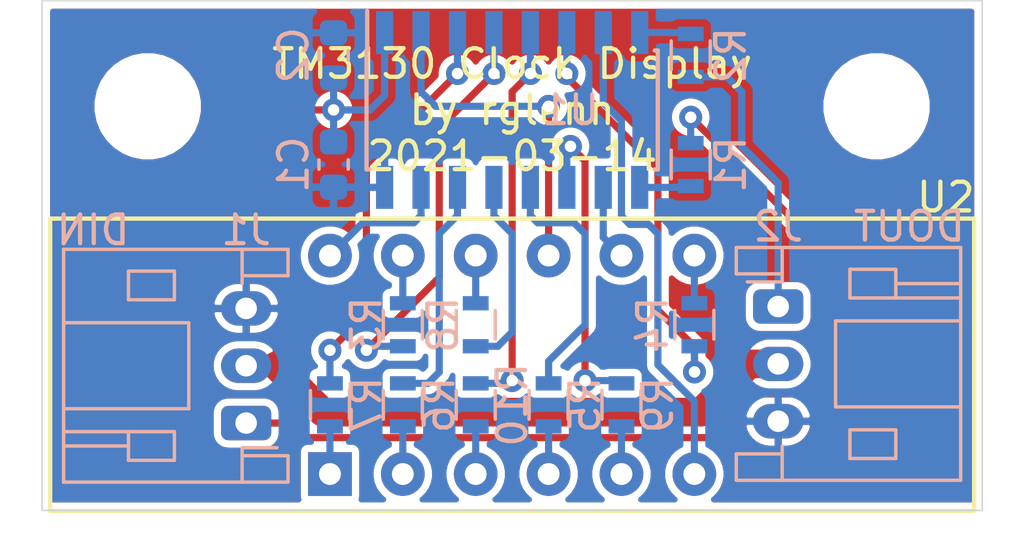
<source format=kicad_pcb>
(kicad_pcb (version 20171130) (host pcbnew "(5.1.9)-1")

  (general
    (thickness 1.6)
    (drawings 7)
    (tracks 125)
    (zones 0)
    (modules 18)
    (nets 27)
  )

  (page A4)
  (layers
    (0 F.Cu signal)
    (31 B.Cu signal)
    (32 B.Adhes user)
    (33 F.Adhes user)
    (34 B.Paste user)
    (35 F.Paste user)
    (36 B.SilkS user)
    (37 F.SilkS user)
    (38 B.Mask user)
    (39 F.Mask user)
    (40 Dwgs.User user)
    (41 Cmts.User user)
    (42 Eco1.User user)
    (43 Eco2.User user)
    (44 Edge.Cuts user)
    (45 Margin user)
    (46 B.CrtYd user)
    (47 F.CrtYd user)
    (48 B.Fab user)
    (49 F.Fab user)
  )

  (setup
    (last_trace_width 0.25)
    (user_trace_width 0.5)
    (user_trace_width 1)
    (trace_clearance 0.2)
    (zone_clearance 0.508)
    (zone_45_only no)
    (trace_min 0.2)
    (via_size 0.8)
    (via_drill 0.4)
    (via_min_size 0.4)
    (via_min_drill 0.3)
    (uvia_size 0.3)
    (uvia_drill 0.1)
    (uvias_allowed no)
    (uvia_min_size 0.2)
    (uvia_min_drill 0.1)
    (edge_width 0.05)
    (segment_width 0.2)
    (pcb_text_width 0.3)
    (pcb_text_size 1.5 1.5)
    (mod_edge_width 0.12)
    (mod_text_size 1 1)
    (mod_text_width 0.15)
    (pad_size 1.524 1.524)
    (pad_drill 0.762)
    (pad_to_mask_clearance 0.051)
    (solder_mask_min_width 0.25)
    (aux_axis_origin 0 0)
    (visible_elements 7FFFFFFF)
    (pcbplotparams
      (layerselection 0x010fc_ffffffff)
      (usegerberextensions false)
      (usegerberattributes false)
      (usegerberadvancedattributes false)
      (creategerberjobfile false)
      (excludeedgelayer true)
      (linewidth 0.100000)
      (plotframeref false)
      (viasonmask false)
      (mode 1)
      (useauxorigin false)
      (hpglpennumber 1)
      (hpglpenspeed 20)
      (hpglpendiameter 15.000000)
      (psnegative false)
      (psa4output false)
      (plotreference true)
      (plotvalue true)
      (plotinvisibletext false)
      (padsonsilk false)
      (subtractmaskfromsilk false)
      (outputformat 1)
      (mirror false)
      (drillshape 1)
      (scaleselection 1)
      (outputdirectory ""))
  )

  (net 0 "")
  (net 1 +5V)
  (net 2 GND)
  (net 3 "Net-(R1-Pad1)")
  (net 4 "Net-(R2-Pad2)")
  (net 5 "Net-(U1-Pad2)")
  (net 6 "Net-(U1-Pad7)")
  (net 7 "Net-(U1-Pad10)")
  (net 8 "Net-(U1-Pad15)")
  (net 9 "Net-(J1-Pad1)")
  (net 10 "Net-(J2-Pad1)")
  (net 11 "Net-(R3-Pad2)")
  (net 12 "Net-(R3-Pad1)")
  (net 13 "Net-(R4-Pad1)")
  (net 14 "Net-(R4-Pad2)")
  (net 15 "Net-(R5-Pad2)")
  (net 16 "Net-(R5-Pad1)")
  (net 17 "Net-(R6-Pad1)")
  (net 18 "Net-(R6-Pad2)")
  (net 19 "Net-(R7-Pad2)")
  (net 20 "Net-(R7-Pad1)")
  (net 21 "Net-(R8-Pad1)")
  (net 22 "Net-(R8-Pad2)")
  (net 23 "Net-(R9-Pad2)")
  (net 24 "Net-(R9-Pad1)")
  (net 25 "Net-(R10-Pad1)")
  (net 26 "Net-(R10-Pad2)")

  (net_class Default "This is the default net class."
    (clearance 0.2)
    (trace_width 0.25)
    (via_dia 0.8)
    (via_drill 0.4)
    (uvia_dia 0.3)
    (uvia_drill 0.1)
    (add_net +5V)
    (add_net GND)
    (add_net "Net-(J1-Pad1)")
    (add_net "Net-(J2-Pad1)")
    (add_net "Net-(R1-Pad1)")
    (add_net "Net-(R10-Pad1)")
    (add_net "Net-(R10-Pad2)")
    (add_net "Net-(R2-Pad2)")
    (add_net "Net-(R3-Pad1)")
    (add_net "Net-(R3-Pad2)")
    (add_net "Net-(R4-Pad1)")
    (add_net "Net-(R4-Pad2)")
    (add_net "Net-(R5-Pad1)")
    (add_net "Net-(R5-Pad2)")
    (add_net "Net-(R6-Pad1)")
    (add_net "Net-(R6-Pad2)")
    (add_net "Net-(R7-Pad1)")
    (add_net "Net-(R7-Pad2)")
    (add_net "Net-(R8-Pad1)")
    (add_net "Net-(R8-Pad2)")
    (add_net "Net-(R9-Pad1)")
    (add_net "Net-(R9-Pad2)")
    (add_net "Net-(U1-Pad10)")
    (add_net "Net-(U1-Pad15)")
    (add_net "Net-(U1-Pad2)")
    (add_net "Net-(U1-Pad7)")
  )

  (module 2481bs:2481BS (layer F.Cu) (tedit 600BB0F7) (tstamp 600C5A61)
    (at 135.382 53.34)
    (path /5D05E889)
    (fp_text reference U2 (at 15.113 -5.842) (layer F.SilkS)
      (effects (font (size 1 1) (thickness 0.15)))
    )
    (fp_text value CA56-12CGKWA (at 0 -6) (layer F.Fab)
      (effects (font (size 1 1) (thickness 0.15)))
    )
    (fp_line (start -16.1 -5.1) (end -16.1 5.1) (layer F.SilkS) (width 0.15))
    (fp_line (start -16.1 5.1) (end 16.1 5.1) (layer F.SilkS) (width 0.15))
    (fp_line (start 16.1 5.1) (end 16.1 -5.1) (layer F.SilkS) (width 0.15))
    (fp_line (start 16.1 -5.1) (end -16.1 -5.1) (layer F.SilkS) (width 0.15))
    (pad 1 thru_hole rect (at -6.35 3.81) (size 1.524 1.524) (drill 0.762) (layers *.Cu *.Mask)
      (net 20 "Net-(R7-Pad1)"))
    (pad 2 thru_hole circle (at -3.81 3.81) (size 1.524 1.524) (drill 0.762) (layers *.Cu *.Mask)
      (net 17 "Net-(R6-Pad1)"))
    (pad 3 thru_hole circle (at -1.27 3.81) (size 1.524 1.524) (drill 0.762) (layers *.Cu *.Mask)
      (net 25 "Net-(R10-Pad1)"))
    (pad 4 thru_hole circle (at 1.27 3.81) (size 1.524 1.524) (drill 0.762) (layers *.Cu *.Mask)
      (net 16 "Net-(R5-Pad1)"))
    (pad 5 thru_hole circle (at 3.81 3.81) (size 1.524 1.524) (drill 0.762) (layers *.Cu *.Mask)
      (net 24 "Net-(R9-Pad1)"))
    (pad 6 thru_hole circle (at 6.35 3.81) (size 1.524 1.524) (drill 0.762) (layers *.Cu *.Mask)
      (net 6 "Net-(U1-Pad7)"))
    (pad 7 thru_hole circle (at 6.35 -3.81) (size 1.524 1.524) (drill 0.762) (layers *.Cu *.Mask)
      (net 13 "Net-(R4-Pad1)"))
    (pad 8 thru_hole circle (at 3.81 -3.81) (size 1.524 1.524) (drill 0.762) (layers *.Cu *.Mask)
      (net 7 "Net-(U1-Pad10)"))
    (pad 9 thru_hole circle (at 1.27 -3.81) (size 1.524 1.524) (drill 0.762) (layers *.Cu *.Mask)
      (net 5 "Net-(U1-Pad2)"))
    (pad 10 thru_hole circle (at -1.27 -3.81) (size 1.524 1.524) (drill 0.762) (layers *.Cu *.Mask)
      (net 21 "Net-(R8-Pad1)"))
    (pad 11 thru_hole circle (at -3.81 -3.81) (size 1.524 1.524) (drill 0.762) (layers *.Cu *.Mask)
      (net 12 "Net-(R3-Pad1)"))
    (pad 12 thru_hole circle (at -6.35 -3.81) (size 1.524 1.524) (drill 0.762) (layers *.Cu *.Mask)
      (net 8 "Net-(U1-Pad15)"))
  )

  (module Capacitor_SMD:C_0603_1608Metric (layer B.Cu) (tedit 5B301BBE) (tstamp 5D4A5482)
    (at 129.159 42.545 90)
    (descr "Capacitor SMD 0603 (1608 Metric), square (rectangular) end terminal, IPC_7351 nominal, (Body size source: http://www.tortai-tech.com/upload/download/2011102023233369053.pdf), generated with kicad-footprint-generator")
    (tags capacitor)
    (path /5D056D76)
    (attr smd)
    (fp_text reference C2 (at 0 -1.397 90) (layer B.SilkS)
      (effects (font (size 1 1) (thickness 0.15)) (justify mirror))
    )
    (fp_text value 1u (at 0 -1.43 90) (layer B.Fab)
      (effects (font (size 1 1) (thickness 0.15)) (justify mirror))
    )
    (fp_line (start -0.8 -0.4) (end -0.8 0.4) (layer B.Fab) (width 0.1))
    (fp_line (start -0.8 0.4) (end 0.8 0.4) (layer B.Fab) (width 0.1))
    (fp_line (start 0.8 0.4) (end 0.8 -0.4) (layer B.Fab) (width 0.1))
    (fp_line (start 0.8 -0.4) (end -0.8 -0.4) (layer B.Fab) (width 0.1))
    (fp_line (start -0.162779 0.51) (end 0.162779 0.51) (layer B.SilkS) (width 0.12))
    (fp_line (start -0.162779 -0.51) (end 0.162779 -0.51) (layer B.SilkS) (width 0.12))
    (fp_line (start -1.48 -0.73) (end -1.48 0.73) (layer B.CrtYd) (width 0.05))
    (fp_line (start -1.48 0.73) (end 1.48 0.73) (layer B.CrtYd) (width 0.05))
    (fp_line (start 1.48 0.73) (end 1.48 -0.73) (layer B.CrtYd) (width 0.05))
    (fp_line (start 1.48 -0.73) (end -1.48 -0.73) (layer B.CrtYd) (width 0.05))
    (fp_text user %R (at 0 0 90) (layer B.Fab)
      (effects (font (size 0.4 0.4) (thickness 0.06)) (justify mirror))
    )
    (pad 2 smd roundrect (at 0.7875 0 90) (size 0.875 0.95) (layers B.Cu B.Paste B.Mask) (roundrect_rratio 0.25)
      (net 2 GND))
    (pad 1 smd roundrect (at -0.7875 0 90) (size 0.875 0.95) (layers B.Cu B.Paste B.Mask) (roundrect_rratio 0.25)
      (net 1 +5V))
    (model ${KISYS3DMOD}/Capacitor_SMD.3dshapes/C_0603_1608Metric.wrl
      (at (xyz 0 0 0))
      (scale (xyz 1 1 1))
      (rotate (xyz 0 0 0))
    )
  )

  (module Capacitor_SMD:C_0603_1608Metric (layer B.Cu) (tedit 5B301BBE) (tstamp 5D4A5933)
    (at 129.159 46.355 270)
    (descr "Capacitor SMD 0603 (1608 Metric), square (rectangular) end terminal, IPC_7351 nominal, (Body size source: http://www.tortai-tech.com/upload/download/2011102023233369053.pdf), generated with kicad-footprint-generator")
    (tags capacitor)
    (path /5D056B23)
    (attr smd)
    (fp_text reference C1 (at 0 1.397 270) (layer B.SilkS)
      (effects (font (size 1 1) (thickness 0.15)) (justify mirror))
    )
    (fp_text value 100n (at 0 -1.43 270) (layer B.Fab)
      (effects (font (size 1 1) (thickness 0.15)) (justify mirror))
    )
    (fp_line (start 1.48 -0.73) (end -1.48 -0.73) (layer B.CrtYd) (width 0.05))
    (fp_line (start 1.48 0.73) (end 1.48 -0.73) (layer B.CrtYd) (width 0.05))
    (fp_line (start -1.48 0.73) (end 1.48 0.73) (layer B.CrtYd) (width 0.05))
    (fp_line (start -1.48 -0.73) (end -1.48 0.73) (layer B.CrtYd) (width 0.05))
    (fp_line (start -0.162779 -0.51) (end 0.162779 -0.51) (layer B.SilkS) (width 0.12))
    (fp_line (start -0.162779 0.51) (end 0.162779 0.51) (layer B.SilkS) (width 0.12))
    (fp_line (start 0.8 -0.4) (end -0.8 -0.4) (layer B.Fab) (width 0.1))
    (fp_line (start 0.8 0.4) (end 0.8 -0.4) (layer B.Fab) (width 0.1))
    (fp_line (start -0.8 0.4) (end 0.8 0.4) (layer B.Fab) (width 0.1))
    (fp_line (start -0.8 -0.4) (end -0.8 0.4) (layer B.Fab) (width 0.1))
    (fp_text user %R (at 0 0 270) (layer B.Fab)
      (effects (font (size 0.4 0.4) (thickness 0.06)) (justify mirror))
    )
    (pad 1 smd roundrect (at -0.7875 0 270) (size 0.875 0.95) (layers B.Cu B.Paste B.Mask) (roundrect_rratio 0.25)
      (net 1 +5V))
    (pad 2 smd roundrect (at 0.7875 0 270) (size 0.875 0.95) (layers B.Cu B.Paste B.Mask) (roundrect_rratio 0.25)
      (net 2 GND))
    (model ${KISYS3DMOD}/Capacitor_SMD.3dshapes/C_0603_1608Metric.wrl
      (at (xyz 0 0 0))
      (scale (xyz 1 1 1))
      (rotate (xyz 0 0 0))
    )
  )

  (module Resistors_SMD:R_0603 (layer B.Cu) (tedit 58E0A804) (tstamp 5D4A4FB1)
    (at 141.605 46.355 90)
    (descr "Resistor SMD 0603, reflow soldering, Vishay (see dcrcw.pdf)")
    (tags "resistor 0603")
    (path /5D056F37)
    (attr smd)
    (fp_text reference R1 (at 0 1.397 270) (layer B.SilkS)
      (effects (font (size 1 1) (thickness 0.15)) (justify mirror))
    )
    (fp_text value 100 (at 0 -1.5 270) (layer B.Fab)
      (effects (font (size 1 1) (thickness 0.15)) (justify mirror))
    )
    (fp_line (start 1.25 -0.7) (end -1.25 -0.7) (layer B.CrtYd) (width 0.05))
    (fp_line (start 1.25 -0.7) (end 1.25 0.7) (layer B.CrtYd) (width 0.05))
    (fp_line (start -1.25 0.7) (end -1.25 -0.7) (layer B.CrtYd) (width 0.05))
    (fp_line (start -1.25 0.7) (end 1.25 0.7) (layer B.CrtYd) (width 0.05))
    (fp_line (start -0.5 0.68) (end 0.5 0.68) (layer B.SilkS) (width 0.12))
    (fp_line (start 0.5 -0.68) (end -0.5 -0.68) (layer B.SilkS) (width 0.12))
    (fp_line (start -0.8 0.4) (end 0.8 0.4) (layer B.Fab) (width 0.1))
    (fp_line (start 0.8 0.4) (end 0.8 -0.4) (layer B.Fab) (width 0.1))
    (fp_line (start 0.8 -0.4) (end -0.8 -0.4) (layer B.Fab) (width 0.1))
    (fp_line (start -0.8 -0.4) (end -0.8 0.4) (layer B.Fab) (width 0.1))
    (fp_text user %R (at 0 0 270) (layer B.Fab)
      (effects (font (size 0.4 0.4) (thickness 0.075)) (justify mirror))
    )
    (pad 1 smd rect (at -0.75 0 90) (size 0.5 0.9) (layers B.Cu B.Paste B.Mask)
      (net 3 "Net-(R1-Pad1)"))
    (pad 2 smd rect (at 0.75 0 90) (size 0.5 0.9) (layers B.Cu B.Paste B.Mask)
      (net 9 "Net-(J1-Pad1)"))
    (model ${KISYS3DMOD}/Resistors_SMD.3dshapes/R_0603.wrl
      (at (xyz 0 0 0))
      (scale (xyz 1 1 1))
      (rotate (xyz 0 0 0))
    )
  )

  (module Resistors_SMD:R_0603 (layer B.Cu) (tedit 58E0A804) (tstamp 5D4A557B)
    (at 141.605 42.545 90)
    (descr "Resistor SMD 0603, reflow soldering, Vishay (see dcrcw.pdf)")
    (tags "resistor 0603")
    (path /5D05733F)
    (attr smd)
    (fp_text reference R2 (at 0 1.397 90) (layer B.SilkS)
      (effects (font (size 1 1) (thickness 0.15)) (justify mirror))
    )
    (fp_text value 100 (at 0 -1.5 90) (layer B.Fab)
      (effects (font (size 1 1) (thickness 0.15)) (justify mirror))
    )
    (fp_line (start -0.8 -0.4) (end -0.8 0.4) (layer B.Fab) (width 0.1))
    (fp_line (start 0.8 -0.4) (end -0.8 -0.4) (layer B.Fab) (width 0.1))
    (fp_line (start 0.8 0.4) (end 0.8 -0.4) (layer B.Fab) (width 0.1))
    (fp_line (start -0.8 0.4) (end 0.8 0.4) (layer B.Fab) (width 0.1))
    (fp_line (start 0.5 -0.68) (end -0.5 -0.68) (layer B.SilkS) (width 0.12))
    (fp_line (start -0.5 0.68) (end 0.5 0.68) (layer B.SilkS) (width 0.12))
    (fp_line (start -1.25 0.7) (end 1.25 0.7) (layer B.CrtYd) (width 0.05))
    (fp_line (start -1.25 0.7) (end -1.25 -0.7) (layer B.CrtYd) (width 0.05))
    (fp_line (start 1.25 -0.7) (end 1.25 0.7) (layer B.CrtYd) (width 0.05))
    (fp_line (start 1.25 -0.7) (end -1.25 -0.7) (layer B.CrtYd) (width 0.05))
    (fp_text user %R (at 0 0 90) (layer B.Fab)
      (effects (font (size 0.4 0.4) (thickness 0.075)) (justify mirror))
    )
    (pad 2 smd rect (at 0.75 0 90) (size 0.5 0.9) (layers B.Cu B.Paste B.Mask)
      (net 4 "Net-(R2-Pad2)"))
    (pad 1 smd rect (at -0.75 0 90) (size 0.5 0.9) (layers B.Cu B.Paste B.Mask)
      (net 10 "Net-(J2-Pad1)"))
    (model ${KISYS3DMOD}/Resistors_SMD.3dshapes/R_0603.wrl
      (at (xyz 0 0 0))
      (scale (xyz 1 1 1))
      (rotate (xyz 0 0 0))
    )
  )

  (module Housings_SOIC:SOIC-16_3.9x9.9mm_Pitch1.27mm (layer B.Cu) (tedit 58CC8F64) (tstamp 604DB997)
    (at 135.382 44.45 270)
    (descr "16-Lead Plastic Small Outline (SL) - Narrow, 3.90 mm Body [SOIC] (see Microchip Packaging Specification 00000049BS.pdf)")
    (tags "SOIC 1.27")
    (path /5D0560A5)
    (attr smd)
    (fp_text reference U1 (at 0 -2.032 180) (layer B.SilkS)
      (effects (font (size 1 1) (thickness 0.15)) (justify mirror))
    )
    (fp_text value TM3130 (at 0 -6 90) (layer B.Fab)
      (effects (font (size 1 1) (thickness 0.15)) (justify mirror))
    )
    (fp_line (start -2.075 5.05) (end -3.45 5.05) (layer B.SilkS) (width 0.15))
    (fp_line (start -2.075 -5.075) (end 2.075 -5.075) (layer B.SilkS) (width 0.15))
    (fp_line (start -2.075 5.075) (end 2.075 5.075) (layer B.SilkS) (width 0.15))
    (fp_line (start -2.075 -5.075) (end -2.075 -4.97) (layer B.SilkS) (width 0.15))
    (fp_line (start 2.075 -5.075) (end 2.075 -4.97) (layer B.SilkS) (width 0.15))
    (fp_line (start 2.075 5.075) (end 2.075 4.97) (layer B.SilkS) (width 0.15))
    (fp_line (start -2.075 5.075) (end -2.075 5.05) (layer B.SilkS) (width 0.15))
    (fp_line (start -3.7 -5.25) (end 3.7 -5.25) (layer B.CrtYd) (width 0.05))
    (fp_line (start -3.7 5.25) (end 3.7 5.25) (layer B.CrtYd) (width 0.05))
    (fp_line (start 3.7 5.25) (end 3.7 -5.25) (layer B.CrtYd) (width 0.05))
    (fp_line (start -3.7 5.25) (end -3.7 -5.25) (layer B.CrtYd) (width 0.05))
    (fp_line (start -1.95 3.95) (end -0.95 4.95) (layer B.Fab) (width 0.15))
    (fp_line (start -1.95 -4.95) (end -1.95 3.95) (layer B.Fab) (width 0.15))
    (fp_line (start 1.95 -4.95) (end -1.95 -4.95) (layer B.Fab) (width 0.15))
    (fp_line (start 1.95 4.95) (end 1.95 -4.95) (layer B.Fab) (width 0.15))
    (fp_line (start -0.95 4.95) (end 1.95 4.95) (layer B.Fab) (width 0.15))
    (fp_text user %R (at 0 0 90) (layer B.Fab)
      (effects (font (size 0.9 0.9) (thickness 0.135)) (justify mirror))
    )
    (pad 1 smd rect (at -2.7 4.445 270) (size 1.5 0.6) (layers B.Cu B.Paste B.Mask)
      (net 1 +5V))
    (pad 2 smd rect (at -2.7 3.175 270) (size 1.5 0.6) (layers B.Cu B.Paste B.Mask)
      (net 5 "Net-(U1-Pad2)"))
    (pad 3 smd rect (at -2.7 1.905 270) (size 1.5 0.6) (layers B.Cu B.Paste B.Mask)
      (net 19 "Net-(R7-Pad2)"))
    (pad 4 smd rect (at -2.7 0.635 270) (size 1.5 0.6) (layers B.Cu B.Paste B.Mask)
      (net 11 "Net-(R3-Pad2)"))
    (pad 5 smd rect (at -2.7 -0.635 270) (size 1.5 0.6) (layers B.Cu B.Paste B.Mask)
      (net 26 "Net-(R10-Pad2)"))
    (pad 6 smd rect (at -2.7 -1.905 270) (size 1.5 0.6) (layers B.Cu B.Paste B.Mask)
      (net 14 "Net-(R4-Pad2)"))
    (pad 7 smd rect (at -2.7 -3.175 270) (size 1.5 0.6) (layers B.Cu B.Paste B.Mask)
      (net 6 "Net-(U1-Pad7)"))
    (pad 8 smd rect (at -2.7 -4.445 270) (size 1.5 0.6) (layers B.Cu B.Paste B.Mask)
      (net 4 "Net-(R2-Pad2)"))
    (pad 9 smd rect (at 2.7 -4.445 270) (size 1.5 0.6) (layers B.Cu B.Paste B.Mask)
      (net 3 "Net-(R1-Pad1)"))
    (pad 10 smd rect (at 2.7 -3.175 270) (size 1.5 0.6) (layers B.Cu B.Paste B.Mask)
      (net 7 "Net-(U1-Pad10)"))
    (pad 11 smd rect (at 2.7 -1.905 270) (size 1.5 0.6) (layers B.Cu B.Paste B.Mask)
      (net 23 "Net-(R9-Pad2)"))
    (pad 12 smd rect (at 2.7 -0.635 270) (size 1.5 0.6) (layers B.Cu B.Paste B.Mask)
      (net 15 "Net-(R5-Pad2)"))
    (pad 13 smd rect (at 2.7 0.635 270) (size 1.5 0.6) (layers B.Cu B.Paste B.Mask)
      (net 22 "Net-(R8-Pad2)"))
    (pad 14 smd rect (at 2.7 1.905 270) (size 1.5 0.6) (layers B.Cu B.Paste B.Mask)
      (net 18 "Net-(R6-Pad2)"))
    (pad 15 smd rect (at 2.7 3.175 270) (size 1.5 0.6) (layers B.Cu B.Paste B.Mask)
      (net 8 "Net-(U1-Pad15)"))
    (pad 16 smd rect (at 2.7 4.445 270) (size 1.5 0.6) (layers B.Cu B.Paste B.Mask)
      (net 2 GND))
    (model ${KISYS3DMOD}/Housings_SOIC.3dshapes/SOIC-16_3.9x9.9mm_Pitch1.27mm.wrl
      (at (xyz 0 0 0))
      (scale (xyz 1 1 1))
      (rotate (xyz 0 0 0))
    )
  )

  (module MountingHole:MountingHole_3.2mm_M3 (layer F.Cu) (tedit 56D1B4CB) (tstamp 5D4A60C7)
    (at 148.082 44.323)
    (descr "Mounting Hole 3.2mm, no annular, M3")
    (tags "mounting hole 3.2mm no annular m3")
    (path /5D4A3F04)
    (attr virtual)
    (fp_text reference H1 (at 0 2.66) (layer F.SilkS) hide
      (effects (font (size 1 1) (thickness 0.15)))
    )
    (fp_text value MountingHole (at 0 4.2) (layer F.Fab)
      (effects (font (size 1 1) (thickness 0.15)))
    )
    (fp_circle (center 0 0) (end 3.45 0) (layer F.CrtYd) (width 0.05))
    (fp_circle (center 0 0) (end 3.2 0) (layer Cmts.User) (width 0.15))
    (fp_text user %R (at 0.3 0) (layer F.Fab)
      (effects (font (size 1 1) (thickness 0.15)))
    )
    (pad 1 np_thru_hole circle (at 0 0) (size 3.2 3.2) (drill 3.2) (layers *.Cu *.Mask))
  )

  (module MountingHole:MountingHole_3.2mm_M3 (layer F.Cu) (tedit 56D1B4CB) (tstamp 5D4A60CF)
    (at 122.682 44.323)
    (descr "Mounting Hole 3.2mm, no annular, M3")
    (tags "mounting hole 3.2mm no annular m3")
    (path /5D4A41CB)
    (attr virtual)
    (fp_text reference H2 (at 0 2.66) (layer F.SilkS) hide
      (effects (font (size 1 1) (thickness 0.15)))
    )
    (fp_text value MountingHole (at 0 4.2) (layer F.Fab)
      (effects (font (size 1 1) (thickness 0.15)))
    )
    (fp_circle (center 0 0) (end 3.2 0) (layer Cmts.User) (width 0.15))
    (fp_circle (center 0 0) (end 3.45 0) (layer F.CrtYd) (width 0.05))
    (fp_text user %R (at 0.3 0) (layer F.Fab)
      (effects (font (size 1 1) (thickness 0.15)))
    )
    (pad 1 np_thru_hole circle (at 0 0) (size 3.2 3.2) (drill 3.2) (layers *.Cu *.Mask))
  )

  (module Connector_JST:JST_PH_S3B-PH-K_1x03_P2.00mm_Horizontal (layer B.Cu) (tedit 5B7745C6) (tstamp 604D7DC6)
    (at 126.111 55.372 90)
    (descr "JST PH series connector, S3B-PH-K (http://www.jst-mfg.com/product/pdf/eng/ePH.pdf), generated with kicad-footprint-generator")
    (tags "connector JST PH top entry")
    (path /5D054BBD)
    (fp_text reference J1 (at 6.731 0 180) (layer B.SilkS)
      (effects (font (size 1 1) (thickness 0.15)) (justify mirror))
    )
    (fp_text value Conn_01x03_Male (at 2 -7.45 90) (layer B.Fab)
      (effects (font (size 1 1) (thickness 0.15)) (justify mirror))
    )
    (fp_line (start 0.5 -1.375) (end 0 -0.875) (layer B.Fab) (width 0.1))
    (fp_line (start -0.5 -1.375) (end 0.5 -1.375) (layer B.Fab) (width 0.1))
    (fp_line (start 0 -0.875) (end -0.5 -1.375) (layer B.Fab) (width 0.1))
    (fp_line (start -0.86 -0.14) (end -0.86 1.075) (layer B.SilkS) (width 0.12))
    (fp_line (start 5.25 -0.25) (end -1.25 -0.25) (layer B.Fab) (width 0.1))
    (fp_line (start 5.25 1.35) (end 5.25 -0.25) (layer B.Fab) (width 0.1))
    (fp_line (start 5.95 1.35) (end 5.25 1.35) (layer B.Fab) (width 0.1))
    (fp_line (start 5.95 -6.25) (end 5.95 1.35) (layer B.Fab) (width 0.1))
    (fp_line (start -1.95 -6.25) (end 5.95 -6.25) (layer B.Fab) (width 0.1))
    (fp_line (start -1.95 1.35) (end -1.95 -6.25) (layer B.Fab) (width 0.1))
    (fp_line (start -1.25 1.35) (end -1.95 1.35) (layer B.Fab) (width 0.1))
    (fp_line (start -1.25 -0.25) (end -1.25 1.35) (layer B.Fab) (width 0.1))
    (fp_line (start 6.45 1.85) (end -2.45 1.85) (layer B.CrtYd) (width 0.05))
    (fp_line (start 6.45 -6.75) (end 6.45 1.85) (layer B.CrtYd) (width 0.05))
    (fp_line (start -2.45 -6.75) (end 6.45 -6.75) (layer B.CrtYd) (width 0.05))
    (fp_line (start -2.45 1.85) (end -2.45 -6.75) (layer B.CrtYd) (width 0.05))
    (fp_line (start -0.8 -4.1) (end -0.8 -6.36) (layer B.SilkS) (width 0.12))
    (fp_line (start -0.3 -4.1) (end -0.3 -6.36) (layer B.SilkS) (width 0.12))
    (fp_line (start 4.3 -2.5) (end 5.3 -2.5) (layer B.SilkS) (width 0.12))
    (fp_line (start 4.3 -4.1) (end 4.3 -2.5) (layer B.SilkS) (width 0.12))
    (fp_line (start 5.3 -4.1) (end 4.3 -4.1) (layer B.SilkS) (width 0.12))
    (fp_line (start 5.3 -2.5) (end 5.3 -4.1) (layer B.SilkS) (width 0.12))
    (fp_line (start -0.3 -2.5) (end -1.3 -2.5) (layer B.SilkS) (width 0.12))
    (fp_line (start -0.3 -4.1) (end -0.3 -2.5) (layer B.SilkS) (width 0.12))
    (fp_line (start -1.3 -4.1) (end -0.3 -4.1) (layer B.SilkS) (width 0.12))
    (fp_line (start -1.3 -2.5) (end -1.3 -4.1) (layer B.SilkS) (width 0.12))
    (fp_line (start 6.06 -0.14) (end 5.14 -0.14) (layer B.SilkS) (width 0.12))
    (fp_line (start -2.06 -0.14) (end -1.14 -0.14) (layer B.SilkS) (width 0.12))
    (fp_line (start 3.5 -2) (end 3.5 -6.36) (layer B.SilkS) (width 0.12))
    (fp_line (start 0.5 -2) (end 3.5 -2) (layer B.SilkS) (width 0.12))
    (fp_line (start 0.5 -6.36) (end 0.5 -2) (layer B.SilkS) (width 0.12))
    (fp_line (start 5.14 -0.14) (end 4.86 -0.14) (layer B.SilkS) (width 0.12))
    (fp_line (start 5.14 1.46) (end 5.14 -0.14) (layer B.SilkS) (width 0.12))
    (fp_line (start 6.06 1.46) (end 5.14 1.46) (layer B.SilkS) (width 0.12))
    (fp_line (start 6.06 -6.36) (end 6.06 1.46) (layer B.SilkS) (width 0.12))
    (fp_line (start -2.06 -6.36) (end 6.06 -6.36) (layer B.SilkS) (width 0.12))
    (fp_line (start -2.06 1.46) (end -2.06 -6.36) (layer B.SilkS) (width 0.12))
    (fp_line (start -1.14 1.46) (end -2.06 1.46) (layer B.SilkS) (width 0.12))
    (fp_line (start -1.14 -0.14) (end -1.14 1.46) (layer B.SilkS) (width 0.12))
    (fp_line (start -0.86 -0.14) (end -1.14 -0.14) (layer B.SilkS) (width 0.12))
    (fp_text user %R (at 2 -2.5 90) (layer B.Fab)
      (effects (font (size 1 1) (thickness 0.15)) (justify mirror))
    )
    (pad 1 thru_hole roundrect (at 0 0 90) (size 1.2 1.75) (drill 0.75) (layers *.Cu *.Mask) (roundrect_rratio 0.208333)
      (net 9 "Net-(J1-Pad1)"))
    (pad 2 thru_hole oval (at 2 0 90) (size 1.2 1.75) (drill 0.75) (layers *.Cu *.Mask)
      (net 1 +5V))
    (pad 3 thru_hole oval (at 4 0 90) (size 1.2 1.75) (drill 0.75) (layers *.Cu *.Mask)
      (net 2 GND))
    (model ${KISYS3DMOD}/Connector_JST.3dshapes/JST_PH_S3B-PH-K_1x03_P2.00mm_Horizontal.wrl
      (at (xyz 0 0 0))
      (scale (xyz 1 1 1))
      (rotate (xyz 0 0 0))
    )
  )

  (module Connector_JST:JST_PH_S3B-PH-K_1x03_P2.00mm_Horizontal (layer B.Cu) (tedit 5B7745C6) (tstamp 604D7DF5)
    (at 144.653 51.308 270)
    (descr "JST PH series connector, S3B-PH-K (http://www.jst-mfg.com/product/pdf/eng/ePH.pdf), generated with kicad-footprint-generator")
    (tags "connector JST PH top entry")
    (path /5D055652)
    (fp_text reference J2 (at -2.794 0 180) (layer B.SilkS)
      (effects (font (size 1 1) (thickness 0.15)) (justify mirror))
    )
    (fp_text value Conn_01x03_Male (at 2 -7.45 90) (layer B.Fab)
      (effects (font (size 1 1) (thickness 0.15)) (justify mirror))
    )
    (fp_text user %R (at 2 -2.5 90) (layer B.Fab)
      (effects (font (size 1 1) (thickness 0.15)) (justify mirror))
    )
    (fp_line (start -0.86 -0.14) (end -1.14 -0.14) (layer B.SilkS) (width 0.12))
    (fp_line (start -1.14 -0.14) (end -1.14 1.46) (layer B.SilkS) (width 0.12))
    (fp_line (start -1.14 1.46) (end -2.06 1.46) (layer B.SilkS) (width 0.12))
    (fp_line (start -2.06 1.46) (end -2.06 -6.36) (layer B.SilkS) (width 0.12))
    (fp_line (start -2.06 -6.36) (end 6.06 -6.36) (layer B.SilkS) (width 0.12))
    (fp_line (start 6.06 -6.36) (end 6.06 1.46) (layer B.SilkS) (width 0.12))
    (fp_line (start 6.06 1.46) (end 5.14 1.46) (layer B.SilkS) (width 0.12))
    (fp_line (start 5.14 1.46) (end 5.14 -0.14) (layer B.SilkS) (width 0.12))
    (fp_line (start 5.14 -0.14) (end 4.86 -0.14) (layer B.SilkS) (width 0.12))
    (fp_line (start 0.5 -6.36) (end 0.5 -2) (layer B.SilkS) (width 0.12))
    (fp_line (start 0.5 -2) (end 3.5 -2) (layer B.SilkS) (width 0.12))
    (fp_line (start 3.5 -2) (end 3.5 -6.36) (layer B.SilkS) (width 0.12))
    (fp_line (start -2.06 -0.14) (end -1.14 -0.14) (layer B.SilkS) (width 0.12))
    (fp_line (start 6.06 -0.14) (end 5.14 -0.14) (layer B.SilkS) (width 0.12))
    (fp_line (start -1.3 -2.5) (end -1.3 -4.1) (layer B.SilkS) (width 0.12))
    (fp_line (start -1.3 -4.1) (end -0.3 -4.1) (layer B.SilkS) (width 0.12))
    (fp_line (start -0.3 -4.1) (end -0.3 -2.5) (layer B.SilkS) (width 0.12))
    (fp_line (start -0.3 -2.5) (end -1.3 -2.5) (layer B.SilkS) (width 0.12))
    (fp_line (start 5.3 -2.5) (end 5.3 -4.1) (layer B.SilkS) (width 0.12))
    (fp_line (start 5.3 -4.1) (end 4.3 -4.1) (layer B.SilkS) (width 0.12))
    (fp_line (start 4.3 -4.1) (end 4.3 -2.5) (layer B.SilkS) (width 0.12))
    (fp_line (start 4.3 -2.5) (end 5.3 -2.5) (layer B.SilkS) (width 0.12))
    (fp_line (start -0.3 -4.1) (end -0.3 -6.36) (layer B.SilkS) (width 0.12))
    (fp_line (start -0.8 -4.1) (end -0.8 -6.36) (layer B.SilkS) (width 0.12))
    (fp_line (start -2.45 1.85) (end -2.45 -6.75) (layer B.CrtYd) (width 0.05))
    (fp_line (start -2.45 -6.75) (end 6.45 -6.75) (layer B.CrtYd) (width 0.05))
    (fp_line (start 6.45 -6.75) (end 6.45 1.85) (layer B.CrtYd) (width 0.05))
    (fp_line (start 6.45 1.85) (end -2.45 1.85) (layer B.CrtYd) (width 0.05))
    (fp_line (start -1.25 -0.25) (end -1.25 1.35) (layer B.Fab) (width 0.1))
    (fp_line (start -1.25 1.35) (end -1.95 1.35) (layer B.Fab) (width 0.1))
    (fp_line (start -1.95 1.35) (end -1.95 -6.25) (layer B.Fab) (width 0.1))
    (fp_line (start -1.95 -6.25) (end 5.95 -6.25) (layer B.Fab) (width 0.1))
    (fp_line (start 5.95 -6.25) (end 5.95 1.35) (layer B.Fab) (width 0.1))
    (fp_line (start 5.95 1.35) (end 5.25 1.35) (layer B.Fab) (width 0.1))
    (fp_line (start 5.25 1.35) (end 5.25 -0.25) (layer B.Fab) (width 0.1))
    (fp_line (start 5.25 -0.25) (end -1.25 -0.25) (layer B.Fab) (width 0.1))
    (fp_line (start -0.86 -0.14) (end -0.86 1.075) (layer B.SilkS) (width 0.12))
    (fp_line (start 0 -0.875) (end -0.5 -1.375) (layer B.Fab) (width 0.1))
    (fp_line (start -0.5 -1.375) (end 0.5 -1.375) (layer B.Fab) (width 0.1))
    (fp_line (start 0.5 -1.375) (end 0 -0.875) (layer B.Fab) (width 0.1))
    (pad 3 thru_hole oval (at 4 0 270) (size 1.2 1.75) (drill 0.75) (layers *.Cu *.Mask)
      (net 2 GND))
    (pad 2 thru_hole oval (at 2 0 270) (size 1.2 1.75) (drill 0.75) (layers *.Cu *.Mask)
      (net 1 +5V))
    (pad 1 thru_hole roundrect (at 0 0 270) (size 1.2 1.75) (drill 0.75) (layers *.Cu *.Mask) (roundrect_rratio 0.208333)
      (net 10 "Net-(J2-Pad1)"))
    (model ${KISYS3DMOD}/Connector_JST.3dshapes/JST_PH_S3B-PH-K_1x03_P2.00mm_Horizontal.wrl
      (at (xyz 0 0 0))
      (scale (xyz 1 1 1))
      (rotate (xyz 0 0 0))
    )
  )

  (module Resistors_SMD:R_0603 (layer B.Cu) (tedit 58E0A804) (tstamp 604DBE30)
    (at 131.572 51.943 270)
    (descr "Resistor SMD 0603, reflow soldering, Vishay (see dcrcw.pdf)")
    (tags "resistor 0603")
    (path /604F6AC1)
    (attr smd)
    (fp_text reference R3 (at 0 1.27 90) (layer B.SilkS)
      (effects (font (size 1 1) (thickness 0.15)) (justify mirror))
    )
    (fp_text value 100 (at 0 -1.5 90) (layer B.Fab)
      (effects (font (size 1 1) (thickness 0.15)) (justify mirror))
    )
    (fp_text user %R (at 0 0 90) (layer B.Fab)
      (effects (font (size 0.4 0.4) (thickness 0.075)) (justify mirror))
    )
    (fp_line (start -0.8 -0.4) (end -0.8 0.4) (layer B.Fab) (width 0.1))
    (fp_line (start 0.8 -0.4) (end -0.8 -0.4) (layer B.Fab) (width 0.1))
    (fp_line (start 0.8 0.4) (end 0.8 -0.4) (layer B.Fab) (width 0.1))
    (fp_line (start -0.8 0.4) (end 0.8 0.4) (layer B.Fab) (width 0.1))
    (fp_line (start 0.5 -0.68) (end -0.5 -0.68) (layer B.SilkS) (width 0.12))
    (fp_line (start -0.5 0.68) (end 0.5 0.68) (layer B.SilkS) (width 0.12))
    (fp_line (start -1.25 0.7) (end 1.25 0.7) (layer B.CrtYd) (width 0.05))
    (fp_line (start -1.25 0.7) (end -1.25 -0.7) (layer B.CrtYd) (width 0.05))
    (fp_line (start 1.25 -0.7) (end 1.25 0.7) (layer B.CrtYd) (width 0.05))
    (fp_line (start 1.25 -0.7) (end -1.25 -0.7) (layer B.CrtYd) (width 0.05))
    (pad 2 smd rect (at 0.75 0 270) (size 0.5 0.9) (layers B.Cu B.Paste B.Mask)
      (net 11 "Net-(R3-Pad2)"))
    (pad 1 smd rect (at -0.75 0 270) (size 0.5 0.9) (layers B.Cu B.Paste B.Mask)
      (net 12 "Net-(R3-Pad1)"))
    (model ${KISYS3DMOD}/Resistors_SMD.3dshapes/R_0603.wrl
      (at (xyz 0 0 0))
      (scale (xyz 1 1 1))
      (rotate (xyz 0 0 0))
    )
  )

  (module Resistors_SMD:R_0603 (layer B.Cu) (tedit 58E0A804) (tstamp 604DBE41)
    (at 141.732 51.943 270)
    (descr "Resistor SMD 0603, reflow soldering, Vishay (see dcrcw.pdf)")
    (tags "resistor 0603")
    (path /604F703D)
    (attr smd)
    (fp_text reference R4 (at 0 1.45 90) (layer B.SilkS)
      (effects (font (size 1 1) (thickness 0.15)) (justify mirror))
    )
    (fp_text value 100 (at 0 -1.5 90) (layer B.Fab)
      (effects (font (size 1 1) (thickness 0.15)) (justify mirror))
    )
    (fp_line (start 1.25 -0.7) (end -1.25 -0.7) (layer B.CrtYd) (width 0.05))
    (fp_line (start 1.25 -0.7) (end 1.25 0.7) (layer B.CrtYd) (width 0.05))
    (fp_line (start -1.25 0.7) (end -1.25 -0.7) (layer B.CrtYd) (width 0.05))
    (fp_line (start -1.25 0.7) (end 1.25 0.7) (layer B.CrtYd) (width 0.05))
    (fp_line (start -0.5 0.68) (end 0.5 0.68) (layer B.SilkS) (width 0.12))
    (fp_line (start 0.5 -0.68) (end -0.5 -0.68) (layer B.SilkS) (width 0.12))
    (fp_line (start -0.8 0.4) (end 0.8 0.4) (layer B.Fab) (width 0.1))
    (fp_line (start 0.8 0.4) (end 0.8 -0.4) (layer B.Fab) (width 0.1))
    (fp_line (start 0.8 -0.4) (end -0.8 -0.4) (layer B.Fab) (width 0.1))
    (fp_line (start -0.8 -0.4) (end -0.8 0.4) (layer B.Fab) (width 0.1))
    (fp_text user %R (at 0 0 90) (layer B.Fab)
      (effects (font (size 0.4 0.4) (thickness 0.075)) (justify mirror))
    )
    (pad 1 smd rect (at -0.75 0 270) (size 0.5 0.9) (layers B.Cu B.Paste B.Mask)
      (net 13 "Net-(R4-Pad1)"))
    (pad 2 smd rect (at 0.75 0 270) (size 0.5 0.9) (layers B.Cu B.Paste B.Mask)
      (net 14 "Net-(R4-Pad2)"))
    (model ${KISYS3DMOD}/Resistors_SMD.3dshapes/R_0603.wrl
      (at (xyz 0 0 0))
      (scale (xyz 1 1 1))
      (rotate (xyz 0 0 0))
    )
  )

  (module Resistors_SMD:R_0603 (layer B.Cu) (tedit 58E0A804) (tstamp 604DBE52)
    (at 136.652 54.737 90)
    (descr "Resistor SMD 0603, reflow soldering, Vishay (see dcrcw.pdf)")
    (tags "resistor 0603")
    (path /604F7312)
    (attr smd)
    (fp_text reference R5 (at 0 1.27 90) (layer B.SilkS)
      (effects (font (size 1 1) (thickness 0.15)) (justify mirror))
    )
    (fp_text value 100 (at 0 -1.5 90) (layer B.Fab)
      (effects (font (size 1 1) (thickness 0.15)) (justify mirror))
    )
    (fp_text user %R (at 0 0 90) (layer B.Fab)
      (effects (font (size 0.4 0.4) (thickness 0.075)) (justify mirror))
    )
    (fp_line (start -0.8 -0.4) (end -0.8 0.4) (layer B.Fab) (width 0.1))
    (fp_line (start 0.8 -0.4) (end -0.8 -0.4) (layer B.Fab) (width 0.1))
    (fp_line (start 0.8 0.4) (end 0.8 -0.4) (layer B.Fab) (width 0.1))
    (fp_line (start -0.8 0.4) (end 0.8 0.4) (layer B.Fab) (width 0.1))
    (fp_line (start 0.5 -0.68) (end -0.5 -0.68) (layer B.SilkS) (width 0.12))
    (fp_line (start -0.5 0.68) (end 0.5 0.68) (layer B.SilkS) (width 0.12))
    (fp_line (start -1.25 0.7) (end 1.25 0.7) (layer B.CrtYd) (width 0.05))
    (fp_line (start -1.25 0.7) (end -1.25 -0.7) (layer B.CrtYd) (width 0.05))
    (fp_line (start 1.25 -0.7) (end 1.25 0.7) (layer B.CrtYd) (width 0.05))
    (fp_line (start 1.25 -0.7) (end -1.25 -0.7) (layer B.CrtYd) (width 0.05))
    (pad 2 smd rect (at 0.75 0 90) (size 0.5 0.9) (layers B.Cu B.Paste B.Mask)
      (net 15 "Net-(R5-Pad2)"))
    (pad 1 smd rect (at -0.75 0 90) (size 0.5 0.9) (layers B.Cu B.Paste B.Mask)
      (net 16 "Net-(R5-Pad1)"))
    (model ${KISYS3DMOD}/Resistors_SMD.3dshapes/R_0603.wrl
      (at (xyz 0 0 0))
      (scale (xyz 1 1 1))
      (rotate (xyz 0 0 0))
    )
  )

  (module Resistors_SMD:R_0603 (layer B.Cu) (tedit 58E0A804) (tstamp 604DBE63)
    (at 131.572 54.737 90)
    (descr "Resistor SMD 0603, reflow soldering, Vishay (see dcrcw.pdf)")
    (tags "resistor 0603")
    (path /604F767F)
    (attr smd)
    (fp_text reference R6 (at 0 1.27 90) (layer B.SilkS)
      (effects (font (size 1 1) (thickness 0.15)) (justify mirror))
    )
    (fp_text value 100 (at 0 -1.5 90) (layer B.Fab)
      (effects (font (size 1 1) (thickness 0.15)) (justify mirror))
    )
    (fp_line (start 1.25 -0.7) (end -1.25 -0.7) (layer B.CrtYd) (width 0.05))
    (fp_line (start 1.25 -0.7) (end 1.25 0.7) (layer B.CrtYd) (width 0.05))
    (fp_line (start -1.25 0.7) (end -1.25 -0.7) (layer B.CrtYd) (width 0.05))
    (fp_line (start -1.25 0.7) (end 1.25 0.7) (layer B.CrtYd) (width 0.05))
    (fp_line (start -0.5 0.68) (end 0.5 0.68) (layer B.SilkS) (width 0.12))
    (fp_line (start 0.5 -0.68) (end -0.5 -0.68) (layer B.SilkS) (width 0.12))
    (fp_line (start -0.8 0.4) (end 0.8 0.4) (layer B.Fab) (width 0.1))
    (fp_line (start 0.8 0.4) (end 0.8 -0.4) (layer B.Fab) (width 0.1))
    (fp_line (start 0.8 -0.4) (end -0.8 -0.4) (layer B.Fab) (width 0.1))
    (fp_line (start -0.8 -0.4) (end -0.8 0.4) (layer B.Fab) (width 0.1))
    (fp_text user %R (at 0 0 90) (layer B.Fab)
      (effects (font (size 0.4 0.4) (thickness 0.075)) (justify mirror))
    )
    (pad 1 smd rect (at -0.75 0 90) (size 0.5 0.9) (layers B.Cu B.Paste B.Mask)
      (net 17 "Net-(R6-Pad1)"))
    (pad 2 smd rect (at 0.75 0 90) (size 0.5 0.9) (layers B.Cu B.Paste B.Mask)
      (net 18 "Net-(R6-Pad2)"))
    (model ${KISYS3DMOD}/Resistors_SMD.3dshapes/R_0603.wrl
      (at (xyz 0 0 0))
      (scale (xyz 1 1 1))
      (rotate (xyz 0 0 0))
    )
  )

  (module Resistors_SMD:R_0603 (layer B.Cu) (tedit 58E0A804) (tstamp 604DBE74)
    (at 129.032 54.737 90)
    (descr "Resistor SMD 0603, reflow soldering, Vishay (see dcrcw.pdf)")
    (tags "resistor 0603")
    (path /604F78DB)
    (attr smd)
    (fp_text reference R7 (at 0 1.27 90) (layer B.SilkS)
      (effects (font (size 1 1) (thickness 0.15)) (justify mirror))
    )
    (fp_text value 100 (at 0 -1.5 90) (layer B.Fab)
      (effects (font (size 1 1) (thickness 0.15)) (justify mirror))
    )
    (fp_text user %R (at 0 0 90) (layer B.Fab)
      (effects (font (size 0.4 0.4) (thickness 0.075)) (justify mirror))
    )
    (fp_line (start -0.8 -0.4) (end -0.8 0.4) (layer B.Fab) (width 0.1))
    (fp_line (start 0.8 -0.4) (end -0.8 -0.4) (layer B.Fab) (width 0.1))
    (fp_line (start 0.8 0.4) (end 0.8 -0.4) (layer B.Fab) (width 0.1))
    (fp_line (start -0.8 0.4) (end 0.8 0.4) (layer B.Fab) (width 0.1))
    (fp_line (start 0.5 -0.68) (end -0.5 -0.68) (layer B.SilkS) (width 0.12))
    (fp_line (start -0.5 0.68) (end 0.5 0.68) (layer B.SilkS) (width 0.12))
    (fp_line (start -1.25 0.7) (end 1.25 0.7) (layer B.CrtYd) (width 0.05))
    (fp_line (start -1.25 0.7) (end -1.25 -0.7) (layer B.CrtYd) (width 0.05))
    (fp_line (start 1.25 -0.7) (end 1.25 0.7) (layer B.CrtYd) (width 0.05))
    (fp_line (start 1.25 -0.7) (end -1.25 -0.7) (layer B.CrtYd) (width 0.05))
    (pad 2 smd rect (at 0.75 0 90) (size 0.5 0.9) (layers B.Cu B.Paste B.Mask)
      (net 19 "Net-(R7-Pad2)"))
    (pad 1 smd rect (at -0.75 0 90) (size 0.5 0.9) (layers B.Cu B.Paste B.Mask)
      (net 20 "Net-(R7-Pad1)"))
    (model ${KISYS3DMOD}/Resistors_SMD.3dshapes/R_0603.wrl
      (at (xyz 0 0 0))
      (scale (xyz 1 1 1))
      (rotate (xyz 0 0 0))
    )
  )

  (module Resistors_SMD:R_0603 (layer B.Cu) (tedit 58E0A804) (tstamp 604DBE85)
    (at 134.112 51.943 270)
    (descr "Resistor SMD 0603, reflow soldering, Vishay (see dcrcw.pdf)")
    (tags "resistor 0603")
    (path /604F7B61)
    (attr smd)
    (fp_text reference R8 (at 0 1.143 90) (layer B.SilkS)
      (effects (font (size 1 1) (thickness 0.15)) (justify mirror))
    )
    (fp_text value 100 (at 0 -1.5 90) (layer B.Fab)
      (effects (font (size 1 1) (thickness 0.15)) (justify mirror))
    )
    (fp_line (start 1.25 -0.7) (end -1.25 -0.7) (layer B.CrtYd) (width 0.05))
    (fp_line (start 1.25 -0.7) (end 1.25 0.7) (layer B.CrtYd) (width 0.05))
    (fp_line (start -1.25 0.7) (end -1.25 -0.7) (layer B.CrtYd) (width 0.05))
    (fp_line (start -1.25 0.7) (end 1.25 0.7) (layer B.CrtYd) (width 0.05))
    (fp_line (start -0.5 0.68) (end 0.5 0.68) (layer B.SilkS) (width 0.12))
    (fp_line (start 0.5 -0.68) (end -0.5 -0.68) (layer B.SilkS) (width 0.12))
    (fp_line (start -0.8 0.4) (end 0.8 0.4) (layer B.Fab) (width 0.1))
    (fp_line (start 0.8 0.4) (end 0.8 -0.4) (layer B.Fab) (width 0.1))
    (fp_line (start 0.8 -0.4) (end -0.8 -0.4) (layer B.Fab) (width 0.1))
    (fp_line (start -0.8 -0.4) (end -0.8 0.4) (layer B.Fab) (width 0.1))
    (fp_text user %R (at 0 0 90) (layer B.Fab)
      (effects (font (size 0.4 0.4) (thickness 0.075)) (justify mirror))
    )
    (pad 1 smd rect (at -0.75 0 270) (size 0.5 0.9) (layers B.Cu B.Paste B.Mask)
      (net 21 "Net-(R8-Pad1)"))
    (pad 2 smd rect (at 0.75 0 270) (size 0.5 0.9) (layers B.Cu B.Paste B.Mask)
      (net 22 "Net-(R8-Pad2)"))
    (model ${KISYS3DMOD}/Resistors_SMD.3dshapes/R_0603.wrl
      (at (xyz 0 0 0))
      (scale (xyz 1 1 1))
      (rotate (xyz 0 0 0))
    )
  )

  (module Resistors_SMD:R_0603 (layer B.Cu) (tedit 58E0A804) (tstamp 604DBE96)
    (at 139.192 54.737 90)
    (descr "Resistor SMD 0603, reflow soldering, Vishay (see dcrcw.pdf)")
    (tags "resistor 0603")
    (path /604F7E84)
    (attr smd)
    (fp_text reference R9 (at 0 1.27 90) (layer B.SilkS)
      (effects (font (size 1 1) (thickness 0.15)) (justify mirror))
    )
    (fp_text value 100 (at 0 -1.5 90) (layer B.Fab)
      (effects (font (size 1 1) (thickness 0.15)) (justify mirror))
    )
    (fp_text user %R (at 0 0 90) (layer B.Fab)
      (effects (font (size 0.4 0.4) (thickness 0.075)) (justify mirror))
    )
    (fp_line (start -0.8 -0.4) (end -0.8 0.4) (layer B.Fab) (width 0.1))
    (fp_line (start 0.8 -0.4) (end -0.8 -0.4) (layer B.Fab) (width 0.1))
    (fp_line (start 0.8 0.4) (end 0.8 -0.4) (layer B.Fab) (width 0.1))
    (fp_line (start -0.8 0.4) (end 0.8 0.4) (layer B.Fab) (width 0.1))
    (fp_line (start 0.5 -0.68) (end -0.5 -0.68) (layer B.SilkS) (width 0.12))
    (fp_line (start -0.5 0.68) (end 0.5 0.68) (layer B.SilkS) (width 0.12))
    (fp_line (start -1.25 0.7) (end 1.25 0.7) (layer B.CrtYd) (width 0.05))
    (fp_line (start -1.25 0.7) (end -1.25 -0.7) (layer B.CrtYd) (width 0.05))
    (fp_line (start 1.25 -0.7) (end 1.25 0.7) (layer B.CrtYd) (width 0.05))
    (fp_line (start 1.25 -0.7) (end -1.25 -0.7) (layer B.CrtYd) (width 0.05))
    (pad 2 smd rect (at 0.75 0 90) (size 0.5 0.9) (layers B.Cu B.Paste B.Mask)
      (net 23 "Net-(R9-Pad2)"))
    (pad 1 smd rect (at -0.75 0 90) (size 0.5 0.9) (layers B.Cu B.Paste B.Mask)
      (net 24 "Net-(R9-Pad1)"))
    (model ${KISYS3DMOD}/Resistors_SMD.3dshapes/R_0603.wrl
      (at (xyz 0 0 0))
      (scale (xyz 1 1 1))
      (rotate (xyz 0 0 0))
    )
  )

  (module Resistors_SMD:R_0603 (layer B.Cu) (tedit 58E0A804) (tstamp 604DBEA7)
    (at 134.112 54.737 90)
    (descr "Resistor SMD 0603, reflow soldering, Vishay (see dcrcw.pdf)")
    (tags "resistor 0603")
    (path /604F7FF0)
    (attr smd)
    (fp_text reference R10 (at 0 1.27 90) (layer B.SilkS)
      (effects (font (size 1 1) (thickness 0.15)) (justify mirror))
    )
    (fp_text value 100 (at 0 -1.5 90) (layer B.Fab)
      (effects (font (size 1 1) (thickness 0.15)) (justify mirror))
    )
    (fp_line (start 1.25 -0.7) (end -1.25 -0.7) (layer B.CrtYd) (width 0.05))
    (fp_line (start 1.25 -0.7) (end 1.25 0.7) (layer B.CrtYd) (width 0.05))
    (fp_line (start -1.25 0.7) (end -1.25 -0.7) (layer B.CrtYd) (width 0.05))
    (fp_line (start -1.25 0.7) (end 1.25 0.7) (layer B.CrtYd) (width 0.05))
    (fp_line (start -0.5 0.68) (end 0.5 0.68) (layer B.SilkS) (width 0.12))
    (fp_line (start 0.5 -0.68) (end -0.5 -0.68) (layer B.SilkS) (width 0.12))
    (fp_line (start -0.8 0.4) (end 0.8 0.4) (layer B.Fab) (width 0.1))
    (fp_line (start 0.8 0.4) (end 0.8 -0.4) (layer B.Fab) (width 0.1))
    (fp_line (start 0.8 -0.4) (end -0.8 -0.4) (layer B.Fab) (width 0.1))
    (fp_line (start -0.8 -0.4) (end -0.8 0.4) (layer B.Fab) (width 0.1))
    (fp_text user %R (at 0 0 90) (layer B.Fab)
      (effects (font (size 0.4 0.4) (thickness 0.075)) (justify mirror))
    )
    (pad 1 smd rect (at -0.75 0 90) (size 0.5 0.9) (layers B.Cu B.Paste B.Mask)
      (net 25 "Net-(R10-Pad1)"))
    (pad 2 smd rect (at 0.75 0 90) (size 0.5 0.9) (layers B.Cu B.Paste B.Mask)
      (net 26 "Net-(R10-Pad2)"))
    (model ${KISYS3DMOD}/Resistors_SMD.3dshapes/R_0603.wrl
      (at (xyz 0 0 0))
      (scale (xyz 1 1 1))
      (rotate (xyz 0 0 0))
    )
  )

  (gr_text "TM3130 Clock Display\nby rglenn\n2021-03-14" (at 135.382 44.45) (layer F.SilkS) (tstamp 604DCB72)
    (effects (font (size 1 1) (thickness 0.15)))
  )
  (gr_text DOUT (at 149.225 48.514) (layer B.SilkS)
    (effects (font (size 1 1) (thickness 0.15)) (justify mirror))
  )
  (gr_text DIN (at 120.777 48.641) (layer B.SilkS)
    (effects (font (size 1 1) (thickness 0.15)) (justify mirror))
  )
  (gr_line (start 118.999 58.42) (end 118.999 40.64) (layer Edge.Cuts) (width 0.05) (tstamp 600C68BB))
  (gr_line (start 151.765 40.64) (end 151.765 58.42) (layer Edge.Cuts) (width 0.05) (tstamp 600C68BA))
  (gr_line (start 118.999 40.64) (end 151.765 40.64) (layer Edge.Cuts) (width 0.05) (tstamp 5D4A63C2))
  (gr_line (start 118.999 58.42) (end 151.765 58.42) (layer Edge.Cuts) (width 0.05) (tstamp 5D4A63AE))

  (segment (start 129.159 44.45) (end 129.159 43.3325) (width 0.25) (layer B.Cu) (net 1))
  (segment (start 130.429 44.45) (end 129.159 44.45) (width 0.25) (layer B.Cu) (net 1))
  (segment (start 130.937 43.942) (end 130.429 44.45) (width 0.25) (layer B.Cu) (net 1))
  (segment (start 130.937 41.75) (end 130.937 43.942) (width 0.25) (layer B.Cu) (net 1))
  (segment (start 129.159 45.5675) (end 129.159 44.45) (width 0.25) (layer B.Cu) (net 1))
  (segment (start 126.111 53.372) (end 127.159 53.372) (width 0.25) (layer F.Cu) (net 1))
  (via (at 129.159 44.45) (size 0.8) (drill 0.4) (layers F.Cu B.Cu) (net 1))
  (segment (start 127.159 52.546) (end 127.159 53.372) (width 0.25) (layer F.Cu) (net 1))
  (segment (start 127.508 52.197) (end 127.159 52.546) (width 0.25) (layer F.Cu) (net 1))
  (segment (start 127.508 44.958) (end 127.508 52.197) (width 0.25) (layer F.Cu) (net 1))
  (segment (start 128.016 44.45) (end 127.508 44.958) (width 0.25) (layer F.Cu) (net 1))
  (segment (start 129.159 44.45) (end 128.016 44.45) (width 0.25) (layer F.Cu) (net 1))
  (segment (start 128.778 54.991) (end 127.159 53.372) (width 1) (layer F.Cu) (net 1))
  (segment (start 141.963002 54.991) (end 128.778 54.991) (width 1) (layer F.Cu) (net 1))
  (segment (start 143.646002 53.308) (end 141.963002 54.991) (width 1) (layer F.Cu) (net 1))
  (segment (start 144.653 53.308) (end 143.646002 53.308) (width 1) (layer F.Cu) (net 1))
  (segment (start 141.56 47.15) (end 141.605 47.105) (width 0.25) (layer B.Cu) (net 3))
  (segment (start 139.827 47.15) (end 141.56 47.15) (width 0.25) (layer B.Cu) (net 3))
  (segment (start 141.56 41.75) (end 141.605 41.795) (width 0.25) (layer B.Cu) (net 4))
  (segment (start 139.827 41.75) (end 141.56 41.75) (width 0.25) (layer B.Cu) (net 4))
  (via (at 136.652 44.323) (size 0.8) (drill 0.4) (layers F.Cu B.Cu) (net 5))
  (segment (start 136.652 49.53) (end 136.652 44.323) (width 0.25) (layer F.Cu) (net 5))
  (segment (start 132.207 43.815) (end 132.207 41.75) (width 0.25) (layer B.Cu) (net 5))
  (segment (start 132.715 44.323) (end 132.207 43.815) (width 0.25) (layer B.Cu) (net 5))
  (segment (start 136.652 44.323) (end 132.715 44.323) (width 0.25) (layer B.Cu) (net 5))
  (segment (start 140.462 53.34) (end 141.732 54.61) (width 0.25) (layer B.Cu) (net 6))
  (segment (start 140.462 48.768) (end 140.462 53.34) (width 0.25) (layer B.Cu) (net 6))
  (segment (start 141.732 54.61) (end 141.732 57.15) (width 0.25) (layer B.Cu) (net 6))
  (segment (start 139.484997 48.442999) (end 140.136999 48.442999) (width 0.25) (layer B.Cu) (net 6))
  (segment (start 139.192 48.150002) (end 139.484997 48.442999) (width 0.25) (layer B.Cu) (net 6))
  (segment (start 138.557 44.196) (end 139.192 44.831) (width 0.25) (layer B.Cu) (net 6))
  (segment (start 140.136999 48.442999) (end 140.462 48.768) (width 0.25) (layer B.Cu) (net 6))
  (segment (start 139.192 44.831) (end 139.192 48.150002) (width 0.25) (layer B.Cu) (net 6))
  (segment (start 138.557 41.75) (end 138.557 44.196) (width 0.25) (layer B.Cu) (net 6))
  (segment (start 138.557 48.895) (end 139.192 49.53) (width 0.25) (layer B.Cu) (net 7))
  (segment (start 138.557 47.15) (end 138.557 48.895) (width 0.25) (layer B.Cu) (net 7))
  (segment (start 129.032 49.53) (end 130.175 48.387) (width 0.25) (layer B.Cu) (net 8))
  (segment (start 130.175 48.387) (end 131.953 48.387) (width 0.25) (layer B.Cu) (net 8))
  (segment (start 132.207 48.133) (end 132.207 47.15) (width 0.25) (layer B.Cu) (net 8))
  (segment (start 131.953 48.387) (end 132.207 48.133) (width 0.25) (layer B.Cu) (net 8))
  (segment (start 126.111 55.372) (end 127.762 55.372) (width 0.25) (layer F.Cu) (net 9))
  (segment (start 127.762 55.372) (end 128.27 55.88) (width 0.25) (layer F.Cu) (net 9))
  (segment (start 128.27 55.88) (end 138.049 55.88) (width 0.25) (layer F.Cu) (net 9))
  (segment (start 138.049 55.88) (end 141.859 55.88) (width 0.25) (layer F.Cu) (net 9))
  (segment (start 141.859 55.88) (end 142.367 55.88) (width 0.25) (layer F.Cu) (net 9))
  (segment (start 142.367 55.88) (end 143.891 54.356) (width 0.25) (layer F.Cu) (net 9))
  (segment (start 143.891 54.356) (end 145.288 54.356) (width 0.25) (layer F.Cu) (net 9))
  (segment (start 145.288 54.356) (end 146.685 52.959) (width 0.25) (layer F.Cu) (net 9))
  (via (at 141.605 44.704) (size 0.8) (drill 0.4) (layers F.Cu B.Cu) (net 9))
  (segment (start 146.685 49.784) (end 141.605 44.704) (width 0.25) (layer F.Cu) (net 9))
  (segment (start 146.685 52.959) (end 146.685 49.784) (width 0.25) (layer F.Cu) (net 9))
  (segment (start 141.605 44.704) (end 141.605 45.605) (width 0.25) (layer B.Cu) (net 9))
  (segment (start 144.653 51.308) (end 144.653 46.99) (width 0.25) (layer B.Cu) (net 10))
  (segment (start 144.653 46.99) (end 143.383 45.72) (width 0.25) (layer B.Cu) (net 10))
  (segment (start 143.383 45.72) (end 143.383 43.815) (width 0.25) (layer B.Cu) (net 10))
  (segment (start 142.863 43.295) (end 141.605 43.295) (width 0.25) (layer B.Cu) (net 10))
  (segment (start 143.383 43.815) (end 142.863 43.295) (width 0.25) (layer B.Cu) (net 10))
  (via (at 130.302 52.832) (size 0.8) (drill 0.4) (layers F.Cu B.Cu) (net 11))
  (segment (start 130.441 52.693) (end 130.302 52.832) (width 0.25) (layer B.Cu) (net 11))
  (segment (start 131.572 52.693) (end 130.441 52.693) (width 0.25) (layer B.Cu) (net 11))
  (segment (start 130.302 52.832) (end 132.842 50.292) (width 0.25) (layer F.Cu) (net 11))
  (segment (start 132.842 50.292) (end 132.842 49.022) (width 0.25) (layer F.Cu) (net 11))
  (via (at 134.747 43.18) (size 0.8) (drill 0.4) (layers F.Cu B.Cu) (net 11))
  (segment (start 132.842 45.085) (end 134.747 43.18) (width 0.25) (layer F.Cu) (net 11))
  (segment (start 132.842 49.022) (end 132.842 45.085) (width 0.25) (layer F.Cu) (net 11))
  (segment (start 134.747 43.18) (end 134.747 41.75) (width 0.25) (layer B.Cu) (net 11))
  (segment (start 131.572 49.53) (end 131.572 51.193) (width 0.25) (layer B.Cu) (net 12))
  (segment (start 141.732 49.53) (end 141.732 51.193) (width 0.25) (layer B.Cu) (net 13))
  (via (at 137.287 43.18) (size 0.8) (drill 0.4) (layers F.Cu B.Cu) (net 14))
  (segment (start 137.287 41.75) (end 137.287 43.18) (width 0.25) (layer B.Cu) (net 14))
  (segment (start 137.287 43.18) (end 137.287 43.307) (width 0.25) (layer F.Cu) (net 14))
  (segment (start 137.287 43.307) (end 140.279001 46.299001) (width 0.25) (layer F.Cu) (net 14))
  (segment (start 140.279001 46.299001) (end 140.462 46.482) (width 0.25) (layer F.Cu) (net 14))
  (segment (start 140.462 46.482) (end 140.462 51.435) (width 0.25) (layer F.Cu) (net 14))
  (via (at 141.736653 53.589347) (size 0.8) (drill 0.4) (layers F.Cu B.Cu) (net 14))
  (segment (start 141.736653 52.709653) (end 141.736653 53.589347) (width 0.25) (layer F.Cu) (net 14))
  (segment (start 140.462 51.435) (end 141.736653 52.709653) (width 0.25) (layer F.Cu) (net 14))
  (segment (start 141.736653 52.697653) (end 141.732 52.693) (width 0.25) (layer B.Cu) (net 14))
  (segment (start 141.736653 53.589347) (end 141.736653 52.697653) (width 0.25) (layer B.Cu) (net 14))
  (segment (start 136.652 53.213) (end 136.652 53.987) (width 0.25) (layer B.Cu) (net 15))
  (segment (start 137.922 51.943) (end 136.652 53.213) (width 0.25) (layer B.Cu) (net 15))
  (segment (start 137.541 48.387) (end 137.922 48.768) (width 0.25) (layer B.Cu) (net 15))
  (segment (start 136.271 48.387) (end 137.541 48.387) (width 0.25) (layer B.Cu) (net 15))
  (segment (start 137.922 48.768) (end 137.922 51.943) (width 0.25) (layer B.Cu) (net 15))
  (segment (start 136.017 48.133) (end 136.271 48.387) (width 0.25) (layer B.Cu) (net 15))
  (segment (start 136.017 47.15) (end 136.017 48.133) (width 0.25) (layer B.Cu) (net 15))
  (segment (start 136.652 57.15) (end 136.652 55.487) (width 0.25) (layer B.Cu) (net 16))
  (segment (start 131.572 57.15) (end 131.572 55.487) (width 0.25) (layer B.Cu) (net 17))
  (segment (start 131.572 53.987) (end 132.449 53.987) (width 0.25) (layer B.Cu) (net 18))
  (segment (start 132.449 53.987) (end 132.842 53.594) (width 0.25) (layer B.Cu) (net 18))
  (segment (start 132.842 53.594) (end 132.842 48.768) (width 0.25) (layer B.Cu) (net 18))
  (segment (start 133.477 48.133) (end 133.477 47.15) (width 0.25) (layer B.Cu) (net 18))
  (segment (start 132.842 48.768) (end 133.477 48.133) (width 0.25) (layer B.Cu) (net 18))
  (via (at 129.032 52.832) (size 0.8) (drill 0.4) (layers F.Cu B.Cu) (net 19))
  (segment (start 129.032 53.987) (end 129.032 52.832) (width 0.25) (layer B.Cu) (net 19))
  (segment (start 129.032 52.832) (end 130.302 51.562) (width 0.25) (layer F.Cu) (net 19))
  (via (at 133.477 43.18) (size 0.8) (drill 0.4) (layers F.Cu B.Cu) (net 19))
  (segment (start 130.302 46.355) (end 133.477 43.18) (width 0.25) (layer F.Cu) (net 19))
  (segment (start 130.302 51.562) (end 130.302 46.355) (width 0.25) (layer F.Cu) (net 19))
  (segment (start 133.477 43.18) (end 133.477 41.75) (width 0.25) (layer B.Cu) (net 19))
  (segment (start 129.032 57.15) (end 129.032 55.487) (width 0.25) (layer B.Cu) (net 20))
  (segment (start 134.112 49.53) (end 134.112 51.193) (width 0.25) (layer B.Cu) (net 21))
  (segment (start 134.112 52.693) (end 134.886 52.693) (width 0.25) (layer B.Cu) (net 22))
  (segment (start 134.886 52.693) (end 135.382 52.197) (width 0.25) (layer B.Cu) (net 22))
  (segment (start 135.382 52.197) (end 135.382 48.768) (width 0.25) (layer B.Cu) (net 22))
  (segment (start 134.747 48.133) (end 134.747 47.15) (width 0.25) (layer B.Cu) (net 22))
  (segment (start 135.382 48.768) (end 134.747 48.133) (width 0.25) (layer B.Cu) (net 22))
  (via (at 137.414 45.72) (size 0.8) (drill 0.4) (layers F.Cu B.Cu) (net 23))
  (segment (start 137.287 45.847) (end 137.414 45.72) (width 0.25) (layer B.Cu) (net 23))
  (segment (start 137.287 47.15) (end 137.287 45.847) (width 0.25) (layer B.Cu) (net 23))
  (segment (start 137.414 45.72) (end 137.922 46.228) (width 0.25) (layer F.Cu) (net 23))
  (via (at 137.922 53.89099) (size 0.8) (drill 0.4) (layers F.Cu B.Cu) (net 23))
  (segment (start 137.922 46.228) (end 137.922 53.89099) (width 0.25) (layer F.Cu) (net 23))
  (segment (start 139.09599 53.89099) (end 137.922 53.89099) (width 0.25) (layer B.Cu) (net 23))
  (segment (start 139.192 53.987) (end 139.09599 53.89099) (width 0.25) (layer B.Cu) (net 23))
  (segment (start 139.192 57.15) (end 139.192 55.487) (width 0.25) (layer B.Cu) (net 24))
  (segment (start 134.112 57.15) (end 134.112 55.487) (width 0.25) (layer B.Cu) (net 25))
  (via (at 136.017 43.18) (size 0.8) (drill 0.4) (layers F.Cu B.Cu) (net 26))
  (segment (start 136.017 43.18) (end 136.017 41.75) (width 0.25) (layer B.Cu) (net 26))
  (segment (start 135.382 50.927) (end 135.382 53.89099) (width 0.25) (layer F.Cu) (net 26))
  (segment (start 135.382 43.815) (end 135.382 50.927) (width 0.25) (layer F.Cu) (net 26))
  (segment (start 135.28599 53.987) (end 135.382 53.89099) (width 0.25) (layer B.Cu) (net 26))
  (segment (start 134.112 53.987) (end 135.28599 53.987) (width 0.25) (layer B.Cu) (net 26))
  (segment (start 136.017 43.18) (end 135.382 43.815) (width 0.25) (layer F.Cu) (net 26))
  (via (at 135.382 53.89099) (size 0.8) (drill 0.4) (layers F.Cu B.Cu) (net 26))

  (zone (net 2) (net_name GND) (layer F.Cu) (tstamp 0) (hatch edge 0.508)
    (connect_pads (clearance 0.254))
    (min_thickness 0.2032)
    (fill yes (arc_segments 32) (thermal_gap 0.254) (thermal_bridge_width 0.254))
    (polygon
      (pts
        (xy 151.765 58.42) (xy 118.999 58.42) (xy 118.999 40.64) (xy 151.765 40.64)
      )
    )
    (filled_polygon
      (pts
        (xy 151.384401 58.0394) (xy 142.412547 58.0394) (xy 142.444429 58.018097) (xy 142.600097 57.862429) (xy 142.722405 57.679382)
        (xy 142.806652 57.475992) (xy 142.8496 57.260074) (xy 142.8496 57.039926) (xy 142.806652 56.824008) (xy 142.722405 56.620618)
        (xy 142.600097 56.437571) (xy 142.503381 56.340855) (xy 142.551807 56.326165) (xy 142.635299 56.281537) (xy 142.70848 56.22148)
        (xy 142.723535 56.203135) (xy 143.439713 55.486957) (xy 143.48542 55.650226) (xy 143.569336 55.817784) (xy 143.684328 55.965751)
        (xy 143.825978 56.088441) (xy 143.988841 56.181139) (xy 144.16666 56.240283) (xy 144.3526 56.2636) (xy 144.6276 56.2636)
        (xy 144.6276 55.3334) (xy 144.6784 55.3334) (xy 144.6784 56.2636) (xy 144.9534 56.2636) (xy 145.13934 56.240283)
        (xy 145.317159 56.181139) (xy 145.480022 56.088441) (xy 145.621672 55.965751) (xy 145.736664 55.817784) (xy 145.82058 55.650226)
        (xy 145.867528 55.482523) (xy 145.794328 55.3334) (xy 144.6784 55.3334) (xy 144.6276 55.3334) (xy 144.6076 55.3334)
        (xy 144.6076 55.2826) (xy 144.6276 55.2826) (xy 144.6276 55.2626) (xy 144.6784 55.2626) (xy 144.6784 55.2826)
        (xy 145.794328 55.2826) (xy 145.867528 55.133477) (xy 145.82058 54.965774) (xy 145.736664 54.798216) (xy 145.644322 54.679394)
        (xy 145.644535 54.679135) (xy 147.00814 53.315531) (xy 147.02648 53.30048) (xy 147.081418 53.233537) (xy 147.086537 53.2273)
        (xy 147.131164 53.143809) (xy 147.131165 53.143806) (xy 147.158646 53.053214) (xy 147.1656 52.982607) (xy 147.1656 52.982605)
        (xy 147.167925 52.959001) (xy 147.1656 52.935397) (xy 147.1656 49.807604) (xy 147.167925 49.784) (xy 147.16111 49.714807)
        (xy 147.158646 49.689786) (xy 147.131165 49.599193) (xy 147.086537 49.515701) (xy 147.02648 49.44252) (xy 147.00814 49.427469)
        (xy 142.360349 44.779679) (xy 142.3606 44.77842) (xy 142.3606 44.62958) (xy 142.331563 44.4836) (xy 142.274604 44.346089)
        (xy 142.191913 44.222333) (xy 142.09997 44.13039) (xy 146.1264 44.13039) (xy 146.1264 44.51561) (xy 146.201553 44.893427)
        (xy 146.34897 45.249324) (xy 146.562987 45.569622) (xy 146.835378 45.842013) (xy 147.155676 46.05603) (xy 147.511573 46.203447)
        (xy 147.88939 46.2786) (xy 148.27461 46.2786) (xy 148.652427 46.203447) (xy 149.008324 46.05603) (xy 149.328622 45.842013)
        (xy 149.601013 45.569622) (xy 149.81503 45.249324) (xy 149.962447 44.893427) (xy 150.0376 44.51561) (xy 150.0376 44.13039)
        (xy 149.962447 43.752573) (xy 149.81503 43.396676) (xy 149.601013 43.076378) (xy 149.328622 42.803987) (xy 149.008324 42.58997)
        (xy 148.652427 42.442553) (xy 148.27461 42.3674) (xy 147.88939 42.3674) (xy 147.511573 42.442553) (xy 147.155676 42.58997)
        (xy 146.835378 42.803987) (xy 146.562987 43.076378) (xy 146.34897 43.396676) (xy 146.201553 43.752573) (xy 146.1264 44.13039)
        (xy 142.09997 44.13039) (xy 142.086667 44.117087) (xy 141.962911 44.034396) (xy 141.8254 43.977437) (xy 141.67942 43.9484)
        (xy 141.53058 43.9484) (xy 141.3846 43.977437) (xy 141.247089 44.034396) (xy 141.123333 44.117087) (xy 141.018087 44.222333)
        (xy 140.935396 44.346089) (xy 140.878437 44.4836) (xy 140.8494 44.62958) (xy 140.8494 44.77842) (xy 140.878437 44.9244)
        (xy 140.935396 45.061911) (xy 141.018087 45.185667) (xy 141.123333 45.290913) (xy 141.247089 45.373604) (xy 141.3846 45.430563)
        (xy 141.53058 45.4596) (xy 141.67942 45.4596) (xy 141.680679 45.459349) (xy 146.204401 49.983072) (xy 146.2044 52.759929)
        (xy 145.863695 53.100634) (xy 145.81513 52.940539) (xy 145.726396 52.774529) (xy 145.60698 52.62902) (xy 145.461471 52.509604)
        (xy 145.295461 52.42087) (xy 145.11533 52.366227) (xy 144.974939 52.3524) (xy 144.331061 52.3524) (xy 144.19067 52.366227)
        (xy 144.010539 52.42087) (xy 143.95155 52.4524) (xy 143.688014 52.4524) (xy 143.646001 52.448262) (xy 143.603988 52.4524)
        (xy 143.603979 52.4524) (xy 143.478275 52.464781) (xy 143.316994 52.513705) (xy 143.168357 52.593153) (xy 143.168355 52.593154)
        (xy 143.168356 52.593154) (xy 143.070715 52.673285) (xy 143.07071 52.67329) (xy 143.038075 52.700073) (xy 143.011292 52.732708)
        (xy 142.437394 53.306607) (xy 142.406257 53.231436) (xy 142.323566 53.10768) (xy 142.21832 53.002434) (xy 142.217253 53.001721)
        (xy 142.217253 52.733257) (xy 142.219578 52.709653) (xy 142.213426 52.647192) (xy 142.210299 52.615439) (xy 142.182818 52.524846)
        (xy 142.13819 52.441354) (xy 142.078133 52.368173) (xy 142.059793 52.353122) (xy 140.9426 51.23593) (xy 140.9426 50.957999)
        (xy 143.42068 50.957999) (xy 143.42068 51.658001) (xy 143.432349 51.776483) (xy 143.466909 51.890412) (xy 143.523032 51.995409)
        (xy 143.59856 52.08744) (xy 143.690591 52.162968) (xy 143.795588 52.219091) (xy 143.909517 52.253651) (xy 144.027999 52.26532)
        (xy 145.278001 52.26532) (xy 145.396483 52.253651) (xy 145.510412 52.219091) (xy 145.615409 52.162968) (xy 145.70744 52.08744)
        (xy 145.782968 51.995409) (xy 145.839091 51.890412) (xy 145.873651 51.776483) (xy 145.88532 51.658001) (xy 145.88532 50.957999)
        (xy 145.873651 50.839517) (xy 145.839091 50.725588) (xy 145.782968 50.620591) (xy 145.70744 50.52856) (xy 145.615409 50.453032)
        (xy 145.510412 50.396909) (xy 145.396483 50.362349) (xy 145.278001 50.35068) (xy 144.027999 50.35068) (xy 143.909517 50.362349)
        (xy 143.795588 50.396909) (xy 143.690591 50.453032) (xy 143.59856 50.52856) (xy 143.523032 50.620591) (xy 143.466909 50.725588)
        (xy 143.432349 50.839517) (xy 143.42068 50.957999) (xy 140.9426 50.957999) (xy 140.9426 50.321126) (xy 141.019571 50.398097)
        (xy 141.202618 50.520405) (xy 141.406008 50.604652) (xy 141.621926 50.6476) (xy 141.842074 50.6476) (xy 142.057992 50.604652)
        (xy 142.261382 50.520405) (xy 142.444429 50.398097) (xy 142.600097 50.242429) (xy 142.722405 50.059382) (xy 142.806652 49.855992)
        (xy 142.8496 49.640074) (xy 142.8496 49.419926) (xy 142.806652 49.204008) (xy 142.722405 49.000618) (xy 142.600097 48.817571)
        (xy 142.444429 48.661903) (xy 142.261382 48.539595) (xy 142.057992 48.455348) (xy 141.842074 48.4124) (xy 141.621926 48.4124)
        (xy 141.406008 48.455348) (xy 141.202618 48.539595) (xy 141.019571 48.661903) (xy 140.9426 48.738874) (xy 140.9426 46.505604)
        (xy 140.944925 46.482) (xy 140.941696 46.449213) (xy 140.935646 46.387786) (xy 140.908165 46.297193) (xy 140.863537 46.213701)
        (xy 140.80348 46.14052) (xy 140.785135 46.125465) (xy 140.635533 45.975863) (xy 140.635528 45.975857) (xy 138.021279 43.361609)
        (xy 138.0426 43.25442) (xy 138.0426 43.10558) (xy 138.013563 42.9596) (xy 137.956604 42.822089) (xy 137.873913 42.698333)
        (xy 137.768667 42.593087) (xy 137.644911 42.510396) (xy 137.5074 42.453437) (xy 137.36142 42.4244) (xy 137.21258 42.4244)
        (xy 137.0666 42.453437) (xy 136.929089 42.510396) (xy 136.805333 42.593087) (xy 136.700087 42.698333) (xy 136.652 42.7703)
        (xy 136.603913 42.698333) (xy 136.498667 42.593087) (xy 136.374911 42.510396) (xy 136.2374 42.453437) (xy 136.09142 42.4244)
        (xy 135.94258 42.4244) (xy 135.7966 42.453437) (xy 135.659089 42.510396) (xy 135.535333 42.593087) (xy 135.430087 42.698333)
        (xy 135.382 42.7703) (xy 135.333913 42.698333) (xy 135.228667 42.593087) (xy 135.104911 42.510396) (xy 134.9674 42.453437)
        (xy 134.82142 42.4244) (xy 134.67258 42.4244) (xy 134.5266 42.453437) (xy 134.389089 42.510396) (xy 134.265333 42.593087)
        (xy 134.160087 42.698333) (xy 134.112 42.7703) (xy 134.063913 42.698333) (xy 133.958667 42.593087) (xy 133.834911 42.510396)
        (xy 133.6974 42.453437) (xy 133.55142 42.4244) (xy 133.40258 42.4244) (xy 133.2566 42.453437) (xy 133.119089 42.510396)
        (xy 132.995333 42.593087) (xy 132.890087 42.698333) (xy 132.807396 42.822089) (xy 132.750437 42.9596) (xy 132.7214 43.10558)
        (xy 132.7214 43.25442) (xy 132.72165 43.255679) (xy 129.978861 45.998469) (xy 129.960521 46.01352) (xy 129.936169 46.043194)
        (xy 129.900463 46.086702) (xy 129.855836 46.170192) (xy 129.828355 46.260787) (xy 129.819075 46.355) (xy 129.821401 46.378614)
        (xy 129.821401 48.738875) (xy 129.744429 48.661903) (xy 129.561382 48.539595) (xy 129.357992 48.455348) (xy 129.142074 48.4124)
        (xy 128.921926 48.4124) (xy 128.706008 48.455348) (xy 128.502618 48.539595) (xy 128.319571 48.661903) (xy 128.163903 48.817571)
        (xy 128.041595 49.000618) (xy 127.9886 49.128559) (xy 127.9886 45.15707) (xy 128.215071 44.9306) (xy 128.571374 44.9306)
        (xy 128.572087 44.931667) (xy 128.677333 45.036913) (xy 128.801089 45.119604) (xy 128.9386 45.176563) (xy 129.08458 45.2056)
        (xy 129.23342 45.2056) (xy 129.3794 45.176563) (xy 129.516911 45.119604) (xy 129.640667 45.036913) (xy 129.745913 44.931667)
        (xy 129.828604 44.807911) (xy 129.885563 44.6704) (xy 129.9146 44.52442) (xy 129.9146 44.37558) (xy 129.885563 44.2296)
        (xy 129.828604 44.092089) (xy 129.745913 43.968333) (xy 129.640667 43.863087) (xy 129.516911 43.780396) (xy 129.3794 43.723437)
        (xy 129.23342 43.6944) (xy 129.08458 43.6944) (xy 128.9386 43.723437) (xy 128.801089 43.780396) (xy 128.677333 43.863087)
        (xy 128.572087 43.968333) (xy 128.571374 43.9694) (xy 128.039603 43.9694) (xy 128.015999 43.967075) (xy 127.992395 43.9694)
        (xy 127.992393 43.9694) (xy 127.921786 43.976354) (xy 127.831193 44.003835) (xy 127.831191 44.003836) (xy 127.7477 44.048463)
        (xy 127.717947 44.072881) (xy 127.67452 44.10852) (xy 127.659469 44.12686) (xy 127.184865 44.601465) (xy 127.16652 44.61652)
        (xy 127.106463 44.689701) (xy 127.061835 44.773194) (xy 127.034354 44.863787) (xy 127.027774 44.9306) (xy 127.025075 44.958)
        (xy 127.0274 44.981604) (xy 127.027401 50.668974) (xy 126.938022 50.591559) (xy 126.775159 50.498861) (xy 126.59734 50.439717)
        (xy 126.4114 50.4164) (xy 126.1364 50.4164) (xy 126.1364 51.3466) (xy 126.1564 51.3466) (xy 126.1564 51.3974)
        (xy 126.1364 51.3974) (xy 126.1364 52.3276) (xy 126.4114 52.3276) (xy 126.59734 52.304283) (xy 126.775159 52.245139)
        (xy 126.792097 52.235498) (xy 126.757463 52.277701) (xy 126.712835 52.361194) (xy 126.685354 52.451787) (xy 126.684166 52.463849)
        (xy 126.57333 52.430227) (xy 126.432939 52.4164) (xy 125.789061 52.4164) (xy 125.64867 52.430227) (xy 125.468539 52.48487)
        (xy 125.302529 52.573604) (xy 125.15702 52.69302) (xy 125.037604 52.838529) (xy 124.94887 53.004539) (xy 124.894227 53.18467)
        (xy 124.875777 53.372) (xy 124.894227 53.55933) (xy 124.94887 53.739461) (xy 125.037604 53.905471) (xy 125.15702 54.05098)
        (xy 125.302529 54.170396) (xy 125.468539 54.25913) (xy 125.64867 54.313773) (xy 125.789061 54.3276) (xy 126.432939 54.3276)
        (xy 126.57333 54.313773) (xy 126.753461 54.25913) (xy 126.807334 54.230334) (xy 127.468399 54.8914) (xy 127.327975 54.8914)
        (xy 127.297091 54.789588) (xy 127.240968 54.684591) (xy 127.16544 54.59256) (xy 127.073409 54.517032) (xy 126.968412 54.460909)
        (xy 126.854483 54.426349) (xy 126.736001 54.41468) (xy 125.485999 54.41468) (xy 125.367517 54.426349) (xy 125.253588 54.460909)
        (xy 125.148591 54.517032) (xy 125.05656 54.59256) (xy 124.981032 54.684591) (xy 124.924909 54.789588) (xy 124.890349 54.903517)
        (xy 124.87868 55.021999) (xy 124.87868 55.722001) (xy 124.890349 55.840483) (xy 124.924909 55.954412) (xy 124.981032 56.059409)
        (xy 125.05656 56.15144) (xy 125.148591 56.226968) (xy 125.253588 56.283091) (xy 125.367517 56.317651) (xy 125.485999 56.32932)
        (xy 126.736001 56.32932) (xy 126.854483 56.317651) (xy 126.968412 56.283091) (xy 127.073409 56.226968) (xy 127.16544 56.15144)
        (xy 127.240968 56.059409) (xy 127.297091 55.954412) (xy 127.327975 55.8526) (xy 127.56293 55.8526) (xy 127.913469 56.20314)
        (xy 127.92852 56.22148) (xy 127.94748 56.23704) (xy 127.939879 56.25126) (xy 127.919546 56.31829) (xy 127.91268 56.388)
        (xy 127.91268 57.912) (xy 127.919546 57.98171) (xy 127.937046 58.0394) (xy 119.3796 58.0394) (xy 119.3796 51.546523)
        (xy 124.896472 51.546523) (xy 124.94342 51.714226) (xy 125.027336 51.881784) (xy 125.142328 52.029751) (xy 125.283978 52.152441)
        (xy 125.446841 52.245139) (xy 125.62466 52.304283) (xy 125.8106 52.3276) (xy 126.0856 52.3276) (xy 126.0856 51.3974)
        (xy 124.969672 51.3974) (xy 124.896472 51.546523) (xy 119.3796 51.546523) (xy 119.3796 51.197477) (xy 124.896472 51.197477)
        (xy 124.969672 51.3466) (xy 126.0856 51.3466) (xy 126.0856 50.4164) (xy 125.8106 50.4164) (xy 125.62466 50.439717)
        (xy 125.446841 50.498861) (xy 125.283978 50.591559) (xy 125.142328 50.714249) (xy 125.027336 50.862216) (xy 124.94342 51.029774)
        (xy 124.896472 51.197477) (xy 119.3796 51.197477) (xy 119.3796 44.13039) (xy 120.7264 44.13039) (xy 120.7264 44.51561)
        (xy 120.801553 44.893427) (xy 120.94897 45.249324) (xy 121.162987 45.569622) (xy 121.435378 45.842013) (xy 121.755676 46.05603)
        (xy 122.111573 46.203447) (xy 122.48939 46.2786) (xy 122.87461 46.2786) (xy 123.252427 46.203447) (xy 123.608324 46.05603)
        (xy 123.928622 45.842013) (xy 124.201013 45.569622) (xy 124.41503 45.249324) (xy 124.562447 44.893427) (xy 124.6376 44.51561)
        (xy 124.6376 44.13039) (xy 124.562447 43.752573) (xy 124.41503 43.396676) (xy 124.201013 43.076378) (xy 123.928622 42.803987)
        (xy 123.608324 42.58997) (xy 123.252427 42.442553) (xy 122.87461 42.3674) (xy 122.48939 42.3674) (xy 122.111573 42.442553)
        (xy 121.755676 42.58997) (xy 121.435378 42.803987) (xy 121.162987 43.076378) (xy 120.94897 43.396676) (xy 120.801553 43.752573)
        (xy 120.7264 44.13039) (xy 119.3796 44.13039) (xy 119.3796 41.0206) (xy 151.3844 41.0206)
      )
    )
  )
  (zone (net 2) (net_name GND) (layer B.Cu) (tstamp 600C68BE) (hatch edge 0.508)
    (connect_pads (clearance 0.254))
    (min_thickness 0.2032)
    (fill yes (arc_segments 32) (thermal_gap 0.254) (thermal_bridge_width 0.254))
    (polygon
      (pts
        (xy 151.765 58.42) (xy 118.999 58.42) (xy 118.999 40.64) (xy 151.765 40.64)
      )
    )
    (filled_polygon
      (pts
        (xy 151.384401 58.0394) (xy 142.412547 58.0394) (xy 142.444429 58.018097) (xy 142.600097 57.862429) (xy 142.722405 57.679382)
        (xy 142.806652 57.475992) (xy 142.8496 57.260074) (xy 142.8496 57.039926) (xy 142.806652 56.824008) (xy 142.722405 56.620618)
        (xy 142.600097 56.437571) (xy 142.444429 56.281903) (xy 142.261382 56.159595) (xy 142.2126 56.139389) (xy 142.2126 55.482523)
        (xy 143.438472 55.482523) (xy 143.48542 55.650226) (xy 143.569336 55.817784) (xy 143.684328 55.965751) (xy 143.825978 56.088441)
        (xy 143.988841 56.181139) (xy 144.16666 56.240283) (xy 144.3526 56.2636) (xy 144.6276 56.2636) (xy 144.6276 55.3334)
        (xy 144.6784 55.3334) (xy 144.6784 56.2636) (xy 144.9534 56.2636) (xy 145.13934 56.240283) (xy 145.317159 56.181139)
        (xy 145.480022 56.088441) (xy 145.621672 55.965751) (xy 145.736664 55.817784) (xy 145.82058 55.650226) (xy 145.867528 55.482523)
        (xy 145.794328 55.3334) (xy 144.6784 55.3334) (xy 144.6276 55.3334) (xy 143.511672 55.3334) (xy 143.438472 55.482523)
        (xy 142.2126 55.482523) (xy 142.2126 55.133477) (xy 143.438472 55.133477) (xy 143.511672 55.2826) (xy 144.6276 55.2826)
        (xy 144.6276 54.3524) (xy 144.6784 54.3524) (xy 144.6784 55.2826) (xy 145.794328 55.2826) (xy 145.867528 55.133477)
        (xy 145.82058 54.965774) (xy 145.736664 54.798216) (xy 145.621672 54.650249) (xy 145.480022 54.527559) (xy 145.317159 54.434861)
        (xy 145.13934 54.375717) (xy 144.9534 54.3524) (xy 144.6784 54.3524) (xy 144.6276 54.3524) (xy 144.3526 54.3524)
        (xy 144.16666 54.375717) (xy 143.988841 54.434861) (xy 143.825978 54.527559) (xy 143.684328 54.650249) (xy 143.569336 54.798216)
        (xy 143.48542 54.965774) (xy 143.438472 55.133477) (xy 142.2126 55.133477) (xy 142.2126 54.633603) (xy 142.214925 54.609999)
        (xy 142.210059 54.560594) (xy 142.205646 54.515786) (xy 142.178165 54.425193) (xy 142.158572 54.388537) (xy 142.133537 54.3417)
        (xy 142.088528 54.286856) (xy 142.088526 54.286854) (xy 142.07348 54.26852) (xy 142.072803 54.267965) (xy 142.094564 54.258951)
        (xy 142.21832 54.17626) (xy 142.323566 54.071014) (xy 142.406257 53.947258) (xy 142.463216 53.809747) (xy 142.492253 53.663767)
        (xy 142.492253 53.514927) (xy 142.463216 53.368947) (xy 142.437971 53.308) (xy 143.417777 53.308) (xy 143.436227 53.49533)
        (xy 143.49087 53.675461) (xy 143.579604 53.841471) (xy 143.69902 53.98698) (xy 143.844529 54.106396) (xy 144.010539 54.19513)
        (xy 144.19067 54.249773) (xy 144.331061 54.2636) (xy 144.974939 54.2636) (xy 145.11533 54.249773) (xy 145.295461 54.19513)
        (xy 145.461471 54.106396) (xy 145.60698 53.98698) (xy 145.726396 53.841471) (xy 145.81513 53.675461) (xy 145.869773 53.49533)
        (xy 145.888223 53.308) (xy 145.869773 53.12067) (xy 145.81513 52.940539) (xy 145.726396 52.774529) (xy 145.60698 52.62902)
        (xy 145.461471 52.509604) (xy 145.295461 52.42087) (xy 145.11533 52.366227) (xy 144.974939 52.3524) (xy 144.331061 52.3524)
        (xy 144.19067 52.366227) (xy 144.010539 52.42087) (xy 143.844529 52.509604) (xy 143.69902 52.62902) (xy 143.579604 52.774529)
        (xy 143.49087 52.940539) (xy 143.436227 53.12067) (xy 143.417777 53.308) (xy 142.437971 53.308) (xy 142.406257 53.231436)
        (xy 142.40088 53.223389) (xy 142.434663 53.195663) (xy 142.479101 53.141516) (xy 142.512121 53.07974) (xy 142.532454 53.01271)
        (xy 142.53932 52.943) (xy 142.53932 52.443) (xy 142.532454 52.37329) (xy 142.512121 52.30626) (xy 142.479101 52.244484)
        (xy 142.434663 52.190337) (xy 142.380516 52.145899) (xy 142.31874 52.112879) (xy 142.25171 52.092546) (xy 142.182 52.08568)
        (xy 141.282 52.08568) (xy 141.21229 52.092546) (xy 141.14526 52.112879) (xy 141.083484 52.145899) (xy 141.029337 52.190337)
        (xy 140.984899 52.244484) (xy 140.951879 52.30626) (xy 140.9426 52.336849) (xy 140.9426 51.549151) (xy 140.951879 51.57974)
        (xy 140.984899 51.641516) (xy 141.029337 51.695663) (xy 141.083484 51.740101) (xy 141.14526 51.773121) (xy 141.21229 51.793454)
        (xy 141.282 51.80032) (xy 142.182 51.80032) (xy 142.25171 51.793454) (xy 142.31874 51.773121) (xy 142.380516 51.740101)
        (xy 142.434663 51.695663) (xy 142.479101 51.641516) (xy 142.512121 51.57974) (xy 142.532454 51.51271) (xy 142.53932 51.443)
        (xy 142.53932 50.943) (xy 142.532454 50.87329) (xy 142.512121 50.80626) (xy 142.479101 50.744484) (xy 142.434663 50.690337)
        (xy 142.380516 50.645899) (xy 142.31874 50.612879) (xy 142.25171 50.592546) (xy 142.2126 50.588694) (xy 142.2126 50.540611)
        (xy 142.261382 50.520405) (xy 142.444429 50.398097) (xy 142.600097 50.242429) (xy 142.722405 50.059382) (xy 142.806652 49.855992)
        (xy 142.8496 49.640074) (xy 142.8496 49.419926) (xy 142.806652 49.204008) (xy 142.722405 49.000618) (xy 142.600097 48.817571)
        (xy 142.444429 48.661903) (xy 142.261382 48.539595) (xy 142.057992 48.455348) (xy 141.842074 48.4124) (xy 141.621926 48.4124)
        (xy 141.406008 48.455348) (xy 141.202618 48.539595) (xy 141.019571 48.661903) (xy 140.942105 48.739369) (xy 140.935646 48.673786)
        (xy 140.908165 48.583193) (xy 140.863537 48.499701) (xy 140.80348 48.42652) (xy 140.78514 48.411469) (xy 140.493534 48.119864)
        (xy 140.478479 48.101519) (xy 140.439565 48.069584) (xy 140.457121 48.03674) (xy 140.477454 47.96971) (xy 140.48432 47.9)
        (xy 140.48432 47.6306) (xy 140.930285 47.6306) (xy 140.956484 47.652101) (xy 141.01826 47.685121) (xy 141.08529 47.705454)
        (xy 141.155 47.71232) (xy 142.055 47.71232) (xy 142.12471 47.705454) (xy 142.19174 47.685121) (xy 142.253516 47.652101)
        (xy 142.307663 47.607663) (xy 142.352101 47.553516) (xy 142.385121 47.49174) (xy 142.405454 47.42471) (xy 142.41232 47.355)
        (xy 142.41232 46.855) (xy 142.405454 46.78529) (xy 142.385121 46.71826) (xy 142.352101 46.656484) (xy 142.307663 46.602337)
        (xy 142.253516 46.557899) (xy 142.19174 46.524879) (xy 142.12471 46.504546) (xy 142.055 46.49768) (xy 141.155 46.49768)
        (xy 141.08529 46.504546) (xy 141.01826 46.524879) (xy 140.956484 46.557899) (xy 140.902337 46.602337) (xy 140.857899 46.656484)
        (xy 140.850995 46.6694) (xy 140.48432 46.6694) (xy 140.48432 46.4) (xy 140.477454 46.33029) (xy 140.457121 46.26326)
        (xy 140.424101 46.201484) (xy 140.379663 46.147337) (xy 140.325516 46.102899) (xy 140.26374 46.069879) (xy 140.19671 46.049546)
        (xy 140.127 46.04268) (xy 139.6726 46.04268) (xy 139.6726 45.355) (xy 140.79768 45.355) (xy 140.79768 45.855)
        (xy 140.804546 45.92471) (xy 140.824879 45.99174) (xy 140.857899 46.053516) (xy 140.902337 46.107663) (xy 140.956484 46.152101)
        (xy 141.01826 46.185121) (xy 141.08529 46.205454) (xy 141.155 46.21232) (xy 142.055 46.21232) (xy 142.12471 46.205454)
        (xy 142.19174 46.185121) (xy 142.253516 46.152101) (xy 142.307663 46.107663) (xy 142.352101 46.053516) (xy 142.385121 45.99174)
        (xy 142.405454 45.92471) (xy 142.41232 45.855) (xy 142.41232 45.355) (xy 142.405454 45.28529) (xy 142.385121 45.21826)
        (xy 142.352101 45.156484) (xy 142.307663 45.102337) (xy 142.268867 45.070497) (xy 142.274604 45.061911) (xy 142.331563 44.9244)
        (xy 142.3606 44.77842) (xy 142.3606 44.62958) (xy 142.331563 44.4836) (xy 142.274604 44.346089) (xy 142.191913 44.222333)
        (xy 142.086667 44.117087) (xy 141.962911 44.034396) (xy 141.8254 43.977437) (xy 141.67942 43.9484) (xy 141.53058 43.9484)
        (xy 141.3846 43.977437) (xy 141.247089 44.034396) (xy 141.123333 44.117087) (xy 141.018087 44.222333) (xy 140.935396 44.346089)
        (xy 140.878437 44.4836) (xy 140.8494 44.62958) (xy 140.8494 44.77842) (xy 140.878437 44.9244) (xy 140.935396 45.061911)
        (xy 140.941133 45.070497) (xy 140.902337 45.102337) (xy 140.857899 45.156484) (xy 140.824879 45.21826) (xy 140.804546 45.28529)
        (xy 140.79768 45.355) (xy 139.6726 45.355) (xy 139.6726 44.854604) (xy 139.674925 44.831) (xy 139.672455 44.805925)
        (xy 139.665646 44.736786) (xy 139.638165 44.646193) (xy 139.593537 44.562701) (xy 139.53348 44.48952) (xy 139.51514 44.474469)
        (xy 139.0376 43.99693) (xy 139.0376 43.045) (xy 140.79768 43.045) (xy 140.79768 43.545) (xy 140.804546 43.61471)
        (xy 140.824879 43.68174) (xy 140.857899 43.743516) (xy 140.902337 43.797663) (xy 140.956484 43.842101) (xy 141.01826 43.875121)
        (xy 141.08529 43.895454) (xy 141.155 43.90232) (xy 142.055 43.90232) (xy 142.12471 43.895454) (xy 142.19174 43.875121)
        (xy 142.253516 43.842101) (xy 142.307663 43.797663) (xy 142.32577 43.7756) (xy 142.66393 43.7756) (xy 142.902401 44.014072)
        (xy 142.9024 45.696396) (xy 142.900075 45.72) (xy 142.9024 45.743604) (xy 142.9024 45.743606) (xy 142.909354 45.814213)
        (xy 142.936835 45.904806) (xy 142.981463 45.988299) (xy 143.04152 46.06148) (xy 143.059865 46.076535) (xy 144.172401 47.189073)
        (xy 144.1724 50.35068) (xy 144.027999 50.35068) (xy 143.909517 50.362349) (xy 143.795588 50.396909) (xy 143.690591 50.453032)
        (xy 143.59856 50.52856) (xy 143.523032 50.620591) (xy 143.466909 50.725588) (xy 143.432349 50.839517) (xy 143.42068 50.957999)
        (xy 143.42068 51.658001) (xy 143.432349 51.776483) (xy 143.466909 51.890412) (xy 143.523032 51.995409) (xy 143.59856 52.08744)
        (xy 143.690591 52.162968) (xy 143.795588 52.219091) (xy 143.909517 52.253651) (xy 144.027999 52.26532) (xy 145.278001 52.26532)
        (xy 145.396483 52.253651) (xy 145.510412 52.219091) (xy 145.615409 52.162968) (xy 145.70744 52.08744) (xy 145.782968 51.995409)
        (xy 145.839091 51.890412) (xy 145.873651 51.776483) (xy 145.88532 51.658001) (xy 145.88532 50.957999) (xy 145.873651 50.839517)
        (xy 145.839091 50.725588) (xy 145.782968 50.620591) (xy 145.70744 50.52856) (xy 145.615409 50.453032) (xy 145.510412 50.396909)
        (xy 145.396483 50.362349) (xy 145.278001 50.35068) (xy 145.1336 50.35068) (xy 145.1336 47.013603) (xy 145.135925 46.989999)
        (xy 145.133482 46.965192) (xy 145.126646 46.895786) (xy 145.099165 46.805193) (xy 145.099164 46.805191) (xy 145.054537 46.7217)
        (xy 145.009528 46.666856) (xy 145.009526 46.666854) (xy 144.99448 46.64852) (xy 144.976145 46.633473) (xy 143.8636 45.52093)
        (xy 143.8636 44.13039) (xy 146.1264 44.13039) (xy 146.1264 44.51561) (xy 146.201553 44.893427) (xy 146.34897 45.249324)
        (xy 146.562987 45.569622) (xy 146.835378 45.842013) (xy 147.155676 46.05603) (xy 147.511573 46.203447) (xy 147.88939 46.2786)
        (xy 148.27461 46.2786) (xy 148.652427 46.203447) (xy 149.008324 46.05603) (xy 149.328622 45.842013) (xy 149.601013 45.569622)
        (xy 149.81503 45.249324) (xy 149.962447 44.893427) (xy 150.0376 44.51561) (xy 150.0376 44.13039) (xy 149.962447 43.752573)
        (xy 149.81503 43.396676) (xy 149.601013 43.076378) (xy 149.328622 42.803987) (xy 149.008324 42.58997) (xy 148.652427 42.442553)
        (xy 148.27461 42.3674) (xy 147.88939 42.3674) (xy 147.511573 42.442553) (xy 147.155676 42.58997) (xy 146.835378 42.803987)
        (xy 146.562987 43.076378) (xy 146.34897 43.396676) (xy 146.201553 43.752573) (xy 146.1264 44.13039) (xy 143.8636 44.13039)
        (xy 143.8636 43.838603) (xy 143.865925 43.814999) (xy 143.862517 43.780396) (xy 143.856646 43.720786) (xy 143.829165 43.630193)
        (xy 143.803158 43.581537) (xy 143.784537 43.546701) (xy 143.763839 43.52148) (xy 143.72448 43.47352) (xy 143.70614 43.458469)
        (xy 143.219535 42.971865) (xy 143.20448 42.95352) (xy 143.131299 42.893463) (xy 143.047807 42.848835) (xy 142.957214 42.821354)
        (xy 142.886607 42.8144) (xy 142.886604 42.8144) (xy 142.863 42.812075) (xy 142.839396 42.8144) (xy 142.32577 42.8144)
        (xy 142.307663 42.792337) (xy 142.253516 42.747899) (xy 142.19174 42.714879) (xy 142.12471 42.694546) (xy 142.055 42.68768)
        (xy 141.155 42.68768) (xy 141.08529 42.694546) (xy 141.01826 42.714879) (xy 140.956484 42.747899) (xy 140.902337 42.792337)
        (xy 140.857899 42.846484) (xy 140.824879 42.90826) (xy 140.804546 42.97529) (xy 140.79768 43.045) (xy 139.0376 43.045)
        (xy 139.0376 42.806677) (xy 139.055516 42.797101) (xy 139.109663 42.752663) (xy 139.154101 42.698516) (xy 139.187121 42.63674)
        (xy 139.192 42.620656) (xy 139.196879 42.63674) (xy 139.229899 42.698516) (xy 139.274337 42.752663) (xy 139.328484 42.797101)
        (xy 139.39026 42.830121) (xy 139.45729 42.850454) (xy 139.527 42.85732) (xy 140.127 42.85732) (xy 140.19671 42.850454)
        (xy 140.26374 42.830121) (xy 140.325516 42.797101) (xy 140.379663 42.752663) (xy 140.424101 42.698516) (xy 140.457121 42.63674)
        (xy 140.477454 42.56971) (xy 140.48432 42.5) (xy 140.48432 42.2306) (xy 140.850995 42.2306) (xy 140.857899 42.243516)
        (xy 140.902337 42.297663) (xy 140.956484 42.342101) (xy 141.01826 42.375121) (xy 141.08529 42.395454) (xy 141.155 42.40232)
        (xy 142.055 42.40232) (xy 142.12471 42.395454) (xy 142.19174 42.375121) (xy 142.253516 42.342101) (xy 142.307663 42.297663)
        (xy 142.352101 42.243516) (xy 142.385121 42.18174) (xy 142.405454 42.11471) (xy 142.41232 42.045) (xy 142.41232 41.545)
        (xy 142.405454 41.47529) (xy 142.385121 41.40826) (xy 142.352101 41.346484) (xy 142.307663 41.292337) (xy 142.253516 41.247899)
        (xy 142.19174 41.214879) (xy 142.12471 41.194546) (xy 142.055 41.18768) (xy 141.155 41.18768) (xy 141.08529 41.194546)
        (xy 141.01826 41.214879) (xy 140.956484 41.247899) (xy 140.930285 41.2694) (xy 140.48432 41.2694) (xy 140.48432 41.0206)
        (xy 151.3844 41.0206)
      )
    )
    (filled_polygon
      (pts
        (xy 128.485483 41.022898) (xy 128.431336 41.067336) (xy 128.386898 41.121483) (xy 128.353878 41.183259) (xy 128.333545 41.25029)
        (xy 128.326679 41.32) (xy 128.3284 41.6432) (xy 128.4173 41.7321) (xy 129.1336 41.7321) (xy 129.1336 41.7121)
        (xy 129.1844 41.7121) (xy 129.1844 41.7321) (xy 129.9007 41.7321) (xy 129.9896 41.6432) (xy 129.991321 41.32)
        (xy 129.984455 41.25029) (xy 129.964122 41.183259) (xy 129.931102 41.121483) (xy 129.886664 41.067336) (xy 129.832517 41.022898)
        (xy 129.828218 41.0206) (xy 130.27968 41.0206) (xy 130.27968 42.5) (xy 130.286546 42.56971) (xy 130.306879 42.63674)
        (xy 130.339899 42.698516) (xy 130.384337 42.752663) (xy 130.438484 42.797101) (xy 130.4564 42.806678) (xy 130.456401 43.742928)
        (xy 130.22993 43.9694) (xy 129.809425 43.9694) (xy 129.822593 43.958593) (xy 129.894235 43.871297) (xy 129.947469 43.771702)
        (xy 129.980251 43.663636) (xy 129.99132 43.55125) (xy 129.99132 43.11375) (xy 129.980251 43.001364) (xy 129.947469 42.893298)
        (xy 129.894235 42.793703) (xy 129.822593 42.706407) (xy 129.735297 42.634765) (xy 129.635702 42.581531) (xy 129.5379 42.551862)
        (xy 129.634 42.552321) (xy 129.70371 42.545455) (xy 129.770741 42.525122) (xy 129.832517 42.492102) (xy 129.886664 42.447664)
        (xy 129.931102 42.393517) (xy 129.964122 42.331741) (xy 129.984455 42.26471) (xy 129.991321 42.195) (xy 129.9896 41.8718)
        (xy 129.9007 41.7829) (xy 129.1844 41.7829) (xy 129.1844 41.8029) (xy 129.1336 41.8029) (xy 129.1336 41.7829)
        (xy 128.4173 41.7829) (xy 128.3284 41.8718) (xy 128.326679 42.195) (xy 128.333545 42.26471) (xy 128.353878 42.331741)
        (xy 128.386898 42.393517) (xy 128.431336 42.447664) (xy 128.485483 42.492102) (xy 128.547259 42.525122) (xy 128.61429 42.545455)
        (xy 128.684 42.552321) (xy 128.7801 42.551862) (xy 128.682298 42.581531) (xy 128.582703 42.634765) (xy 128.495407 42.706407)
        (xy 128.423765 42.793703) (xy 128.370531 42.893298) (xy 128.337749 43.001364) (xy 128.32668 43.11375) (xy 128.32668 43.55125)
        (xy 128.337749 43.663636) (xy 128.370531 43.771702) (xy 128.423765 43.871297) (xy 128.495407 43.958593) (xy 128.549134 44.002685)
        (xy 128.489396 44.092089) (xy 128.432437 44.2296) (xy 128.4034 44.37558) (xy 128.4034 44.52442) (xy 128.432437 44.6704)
        (xy 128.489396 44.807911) (xy 128.549134 44.897315) (xy 128.495407 44.941407) (xy 128.423765 45.028703) (xy 128.370531 45.128298)
        (xy 128.337749 45.236364) (xy 128.32668 45.34875) (xy 128.32668 45.78625) (xy 128.337749 45.898636) (xy 128.370531 46.006702)
        (xy 128.423765 46.106297) (xy 128.495407 46.193593) (xy 128.582703 46.265235) (xy 128.682298 46.318469) (xy 128.7801 46.348138)
        (xy 128.684 46.347679) (xy 128.61429 46.354545) (xy 128.547259 46.374878) (xy 128.485483 46.407898) (xy 128.431336 46.452336)
        (xy 128.386898 46.506483) (xy 128.353878 46.568259) (xy 128.333545 46.63529) (xy 128.326679 46.705) (xy 128.3284 47.0282)
        (xy 128.4173 47.1171) (xy 129.1336 47.1171) (xy 129.1336 47.0971) (xy 129.1844 47.0971) (xy 129.1844 47.1171)
        (xy 129.9007 47.1171) (xy 129.9896 47.0282) (xy 129.991321 46.705) (xy 129.984455 46.63529) (xy 129.964122 46.568259)
        (xy 129.931102 46.506483) (xy 129.886664 46.452336) (xy 129.832517 46.407898) (xy 129.817741 46.4) (xy 130.279679 46.4)
        (xy 130.2814 47.0357) (xy 130.3703 47.1246) (xy 130.9116 47.1246) (xy 130.9116 46.1333) (xy 130.8227 46.0444)
        (xy 130.637 46.042679) (xy 130.56729 46.049545) (xy 130.500259 46.069878) (xy 130.438483 46.102898) (xy 130.384336 46.147336)
        (xy 130.339898 46.201483) (xy 130.306878 46.263259) (xy 130.286545 46.33029) (xy 130.279679 46.4) (xy 129.817741 46.4)
        (xy 129.770741 46.374878) (xy 129.70371 46.354545) (xy 129.634 46.347679) (xy 129.5379 46.348138) (xy 129.635702 46.318469)
        (xy 129.735297 46.265235) (xy 129.822593 46.193593) (xy 129.894235 46.106297) (xy 129.947469 46.006702) (xy 129.980251 45.898636)
        (xy 129.99132 45.78625) (xy 129.99132 45.34875) (xy 129.980251 45.236364) (xy 129.947469 45.128298) (xy 129.894235 45.028703)
        (xy 129.822593 44.941407) (xy 129.809425 44.9306) (xy 130.405396 44.9306) (xy 130.429 44.932925) (xy 130.452604 44.9306)
        (xy 130.452607 44.9306) (xy 130.523214 44.923646) (xy 130.613807 44.896165) (xy 130.697299 44.851537) (xy 130.77048 44.79148)
        (xy 130.785535 44.773135) (xy 131.26014 44.298531) (xy 131.27848 44.28348) (xy 131.322079 44.230354) (xy 131.338537 44.2103)
        (xy 131.383164 44.126809) (xy 131.383165 44.126807) (xy 131.410646 44.036214) (xy 131.4176 43.965607) (xy 131.4176 43.965605)
        (xy 131.419925 43.942001) (xy 131.4176 43.918397) (xy 131.4176 42.806677) (xy 131.435516 42.797101) (xy 131.489663 42.752663)
        (xy 131.534101 42.698516) (xy 131.567121 42.63674) (xy 131.572 42.620656) (xy 131.576879 42.63674) (xy 131.609899 42.698516)
        (xy 131.654337 42.752663) (xy 131.708484 42.797101) (xy 131.7264 42.806678) (xy 131.7264 43.791393) (xy 131.724075 43.815)
        (xy 131.7264 43.838604) (xy 131.7264 43.838606) (xy 131.733354 43.909213) (xy 131.760835 43.999806) (xy 131.805463 44.083299)
        (xy 131.86552 44.15648) (xy 131.883865 44.171535) (xy 132.358469 44.64614) (xy 132.37352 44.66448) (xy 132.392912 44.680394)
        (xy 132.4467 44.724537) (xy 132.530191 44.769164) (xy 132.530193 44.769165) (xy 132.620786 44.796646) (xy 132.691393 44.8036)
        (xy 132.691395 44.8036) (xy 132.714999 44.805925) (xy 132.738603 44.8036) (xy 136.064374 44.8036) (xy 136.065087 44.804667)
        (xy 136.170333 44.909913) (xy 136.294089 44.992604) (xy 136.4316 45.049563) (xy 136.57758 45.0786) (xy 136.72642 45.0786)
        (xy 136.8724 45.049563) (xy 137.009911 44.992604) (xy 137.133667 44.909913) (xy 137.238913 44.804667) (xy 137.321604 44.680911)
        (xy 137.378563 44.5434) (xy 137.4076 44.39742) (xy 137.4076 44.24858) (xy 137.378563 44.1026) (xy 137.321604 43.965089)
        (xy 137.3019 43.9356) (xy 137.36142 43.9356) (xy 137.5074 43.906563) (xy 137.644911 43.849604) (xy 137.768667 43.766913)
        (xy 137.873913 43.661667) (xy 137.956604 43.537911) (xy 138.013563 43.4004) (xy 138.0426 43.25442) (xy 138.0426 43.10558)
        (xy 138.013563 42.9596) (xy 137.956604 42.822089) (xy 137.878553 42.705277) (xy 137.884101 42.698516) (xy 137.917121 42.63674)
        (xy 137.922 42.620656) (xy 137.926879 42.63674) (xy 137.959899 42.698516) (xy 138.004337 42.752663) (xy 138.058484 42.797101)
        (xy 138.0764 42.806678) (xy 138.076401 44.172386) (xy 138.074075 44.196) (xy 138.080891 44.265193) (xy 138.083355 44.290214)
        (xy 138.097096 44.335511) (xy 138.110836 44.380808) (xy 138.155463 44.464298) (xy 138.155464 44.464299) (xy 138.215521 44.53748)
        (xy 138.233861 44.552531) (xy 138.7114 45.030071) (xy 138.7114 46.04268) (xy 138.257 46.04268) (xy 138.18729 46.049546)
        (xy 138.12026 46.069879) (xy 138.071587 46.095895) (xy 138.083604 46.077911) (xy 138.140563 45.9404) (xy 138.1696 45.79442)
        (xy 138.1696 45.64558) (xy 138.140563 45.4996) (xy 138.083604 45.362089) (xy 138.000913 45.238333) (xy 137.895667 45.133087)
        (xy 137.771911 45.050396) (xy 137.6344 44.993437) (xy 137.48842 44.9644) (xy 137.33958 44.9644) (xy 137.1936 44.993437)
        (xy 137.056089 45.050396) (xy 136.932333 45.133087) (xy 136.827087 45.238333) (xy 136.744396 45.362089) (xy 136.687437 45.4996)
        (xy 136.6584 45.64558) (xy 136.6584 45.79442) (xy 136.687437 45.9404) (xy 136.744396 46.077911) (xy 136.770793 46.117418)
        (xy 136.734337 46.147337) (xy 136.689899 46.201484) (xy 136.656879 46.26326) (xy 136.652 46.279344) (xy 136.647121 46.26326)
        (xy 136.614101 46.201484) (xy 136.569663 46.147337) (xy 136.515516 46.102899) (xy 136.45374 46.069879) (xy 136.38671 46.049546)
        (xy 136.317 46.04268) (xy 135.717 46.04268) (xy 135.64729 46.049546) (xy 135.58026 46.069879) (xy 135.518484 46.102899)
        (xy 135.464337 46.147337) (xy 135.419899 46.201484) (xy 135.386879 46.26326) (xy 135.382 46.279344) (xy 135.377121 46.26326)
        (xy 135.344101 46.201484) (xy 135.299663 46.147337) (xy 135.245516 46.102899) (xy 135.18374 46.069879) (xy 135.11671 46.049546)
        (xy 135.047 46.04268) (xy 134.447 46.04268) (xy 134.37729 46.049546) (xy 134.31026 46.069879) (xy 134.248484 46.102899)
        (xy 134.194337 46.147337) (xy 134.149899 46.201484) (xy 134.116879 46.26326) (xy 134.112 46.279344) (xy 134.107121 46.26326)
        (xy 134.074101 46.201484) (xy 134.029663 46.147337) (xy 133.975516 46.102899) (xy 133.91374 46.069879) (xy 133.84671 46.049546)
        (xy 133.777 46.04268) (xy 133.177 46.04268) (xy 133.10729 46.049546) (xy 133.04026 46.069879) (xy 132.978484 46.102899)
        (xy 132.924337 46.147337) (xy 132.879899 46.201484) (xy 132.846879 46.26326) (xy 132.842 46.279344) (xy 132.837121 46.26326)
        (xy 132.804101 46.201484) (xy 132.759663 46.147337) (xy 132.705516 46.102899) (xy 132.64374 46.069879) (xy 132.57671 46.049546)
        (xy 132.507 46.04268) (xy 131.907 46.04268) (xy 131.83729 46.049546) (xy 131.77026 46.069879) (xy 131.708484 46.102899)
        (xy 131.654337 46.147337) (xy 131.609899 46.201484) (xy 131.576879 46.26326) (xy 131.572001 46.279342) (xy 131.567122 46.263259)
        (xy 131.534102 46.201483) (xy 131.489664 46.147336) (xy 131.435517 46.102898) (xy 131.373741 46.069878) (xy 131.30671 46.049545)
        (xy 131.237 46.042679) (xy 131.0513 46.0444) (xy 130.9624 46.1333) (xy 130.9624 47.1246) (xy 130.9824 47.1246)
        (xy 130.9824 47.1754) (xy 130.9624 47.1754) (xy 130.9624 47.1954) (xy 130.9116 47.1954) (xy 130.9116 47.1754)
        (xy 130.3703 47.1754) (xy 130.2814 47.2643) (xy 130.279679 47.9) (xy 130.280309 47.9064) (xy 130.198603 47.9064)
        (xy 130.174999 47.904075) (xy 130.151395 47.9064) (xy 130.151393 47.9064) (xy 130.080786 47.913354) (xy 129.990193 47.940835)
        (xy 129.990191 47.940836) (xy 129.9067 47.985463) (xy 129.872945 48.013165) (xy 129.83352 48.04552) (xy 129.818471 48.063858)
        (xy 129.406775 48.475555) (xy 129.357992 48.455348) (xy 129.142074 48.4124) (xy 128.921926 48.4124) (xy 128.706008 48.455348)
        (xy 128.502618 48.539595) (xy 128.319571 48.661903) (xy 128.163903 48.817571) (xy 128.041595 49.000618) (xy 127.957348 49.204008)
        (xy 127.9144 49.419926) (xy 127.9144 49.640074) (xy 127.957348 49.855992) (xy 128.041595 50.059382) (xy 128.163903 50.242429)
        (xy 128.319571 50.398097) (xy 128.502618 50.520405) (xy 128.706008 50.604652) (xy 128.921926 50.6476) (xy 129.142074 50.6476)
        (xy 129.357992 50.604652) (xy 129.561382 50.520405) (xy 129.744429 50.398097) (xy 129.900097 50.242429) (xy 130.022405 50.059382)
        (xy 130.106652 49.855992) (xy 130.1496 49.640074) (xy 130.1496 49.419926) (xy 130.106652 49.204008) (xy 130.086445 49.155225)
        (xy 130.374071 48.8676) (xy 130.670475 48.8676) (xy 130.581595 49.000618) (xy 130.497348 49.204008) (xy 130.4544 49.419926)
        (xy 130.4544 49.640074) (xy 130.497348 49.855992) (xy 130.581595 50.059382) (xy 130.703903 50.242429) (xy 130.859571 50.398097)
        (xy 131.042618 50.520405) (xy 131.091401 50.540611) (xy 131.091401 50.588694) (xy 131.05229 50.592546) (xy 130.98526 50.612879)
        (xy 130.923484 50.645899) (xy 130.869337 50.690337) (xy 130.824899 50.744484) (xy 130.791879 50.80626) (xy 130.771546 50.87329)
        (xy 130.76468 50.943) (xy 130.76468 51.443) (xy 130.771546 51.51271) (xy 130.791879 51.57974) (xy 130.824899 51.641516)
        (xy 130.869337 51.695663) (xy 130.923484 51.740101) (xy 130.98526 51.773121) (xy 131.05229 51.793454) (xy 131.122 51.80032)
        (xy 132.022 51.80032) (xy 132.09171 51.793454) (xy 132.15874 51.773121) (xy 132.220516 51.740101) (xy 132.274663 51.695663)
        (xy 132.319101 51.641516) (xy 132.352121 51.57974) (xy 132.3614 51.549151) (xy 132.3614 52.336849) (xy 132.352121 52.30626)
        (xy 132.319101 52.244484) (xy 132.274663 52.190337) (xy 132.220516 52.145899) (xy 132.15874 52.112879) (xy 132.09171 52.092546)
        (xy 132.022 52.08568) (xy 131.122 52.08568) (xy 131.05229 52.092546) (xy 130.98526 52.112879) (xy 130.923484 52.145899)
        (xy 130.869337 52.190337) (xy 130.85123 52.2124) (xy 130.734747 52.2124) (xy 130.659911 52.162396) (xy 130.5224 52.105437)
        (xy 130.37642 52.0764) (xy 130.22758 52.0764) (xy 130.0816 52.105437) (xy 129.944089 52.162396) (xy 129.820333 52.245087)
        (xy 129.715087 52.350333) (xy 129.667 52.4223) (xy 129.618913 52.350333) (xy 129.513667 52.245087) (xy 129.389911 52.162396)
        (xy 129.2524 52.105437) (xy 129.10642 52.0764) (xy 128.95758 52.0764) (xy 128.8116 52.105437) (xy 128.674089 52.162396)
        (xy 128.550333 52.245087) (xy 128.445087 52.350333) (xy 128.362396 52.474089) (xy 128.305437 52.6116) (xy 128.2764 52.75758)
        (xy 128.2764 52.90642) (xy 128.305437 53.0524) (xy 128.362396 53.189911) (xy 128.445087 53.313667) (xy 128.517457 53.386037)
        (xy 128.51229 53.386546) (xy 128.44526 53.406879) (xy 128.383484 53.439899) (xy 128.329337 53.484337) (xy 128.284899 53.538484)
        (xy 128.251879 53.60026) (xy 128.231546 53.66729) (xy 128.22468 53.737) (xy 128.22468 54.237) (xy 128.231546 54.30671)
        (xy 128.251879 54.37374) (xy 128.284899 54.435516) (xy 128.329337 54.489663) (xy 128.383484 54.534101) (xy 128.44526 54.567121)
        (xy 128.51229 54.587454) (xy 128.582 54.59432) (xy 129.482 54.59432) (xy 129.55171 54.587454) (xy 129.61874 54.567121)
        (xy 129.680516 54.534101) (xy 129.734663 54.489663) (xy 129.779101 54.435516) (xy 129.812121 54.37374) (xy 129.832454 54.30671)
        (xy 129.83932 54.237) (xy 129.83932 53.737) (xy 129.832454 53.66729) (xy 129.812121 53.60026) (xy 129.779101 53.538484)
        (xy 129.734663 53.484337) (xy 129.680516 53.439899) (xy 129.61874 53.406879) (xy 129.55171 53.386546) (xy 129.546543 53.386037)
        (xy 129.618913 53.313667) (xy 129.667 53.2417) (xy 129.715087 53.313667) (xy 129.820333 53.418913) (xy 129.944089 53.501604)
        (xy 130.0816 53.558563) (xy 130.22758 53.5876) (xy 130.37642 53.5876) (xy 130.5224 53.558563) (xy 130.659911 53.501604)
        (xy 130.783667 53.418913) (xy 130.888913 53.313667) (xy 130.93423 53.245845) (xy 130.98526 53.273121) (xy 131.05229 53.293454)
        (xy 131.122 53.30032) (xy 132.022 53.30032) (xy 132.09171 53.293454) (xy 132.15874 53.273121) (xy 132.220516 53.240101)
        (xy 132.274663 53.195663) (xy 132.319101 53.141516) (xy 132.352121 53.07974) (xy 132.3614 53.049151) (xy 132.3614 53.394929)
        (xy 132.273196 53.483133) (xy 132.220516 53.439899) (xy 132.15874 53.406879) (xy 132.09171 53.386546) (xy 132.022 53.37968)
        (xy 131.122 53.37968) (xy 131.05229 53.386546) (xy 130.98526 53.406879) (xy 130.923484 53.439899) (xy 130.869337 53.484337)
        (xy 130.824899 53.538484) (xy 130.791879 53.60026) (xy 130.771546 53.66729) (xy 130.76468 53.737) (xy 130.76468 54.237)
        (xy 130.771546 54.30671) (xy 130.791879 54.37374) (xy 130.824899 54.435516) (xy 130.869337 54.489663) (xy 130.923484 54.534101)
        (xy 130.98526 54.567121) (xy 131.05229 54.587454) (xy 131.122 54.59432) (xy 132.022 54.59432) (xy 132.09171 54.587454)
        (xy 132.15874 54.567121) (xy 132.220516 54.534101) (xy 132.274663 54.489663) (xy 132.29277 54.4676) (xy 132.425396 54.4676)
        (xy 132.449 54.469925) (xy 132.472604 54.4676) (xy 132.472607 54.4676) (xy 132.543214 54.460646) (xy 132.633807 54.433165)
        (xy 132.717299 54.388537) (xy 132.79048 54.32848) (xy 132.805535 54.310135) (xy 133.16514 53.950531) (xy 133.18348 53.93548)
        (xy 133.243537 53.862299) (xy 133.288165 53.778807) (xy 133.306523 53.718289) (xy 133.30468 53.737) (xy 133.30468 54.237)
        (xy 133.311546 54.30671) (xy 133.331879 54.37374) (xy 133.364899 54.435516) (xy 133.409337 54.489663) (xy 133.463484 54.534101)
        (xy 133.52526 54.567121) (xy 133.59229 54.587454) (xy 133.662 54.59432) (xy 134.562 54.59432) (xy 134.63171 54.587454)
        (xy 134.69874 54.567121) (xy 134.760516 54.534101) (xy 134.814663 54.489663) (xy 134.83277 54.4676) (xy 134.89003 54.4676)
        (xy 134.900333 54.477903) (xy 135.024089 54.560594) (xy 135.1616 54.617553) (xy 135.30758 54.64659) (xy 135.45642 54.64659)
        (xy 135.6024 54.617553) (xy 135.739911 54.560594) (xy 135.863667 54.477903) (xy 135.90542 54.43615) (xy 135.949337 54.489663)
        (xy 136.003484 54.534101) (xy 136.06526 54.567121) (xy 136.13229 54.587454) (xy 136.202 54.59432) (xy 137.102 54.59432)
        (xy 137.17171 54.587454) (xy 137.23874 54.567121) (xy 137.300516 54.534101) (xy 137.354663 54.489663) (xy 137.39858 54.43615)
        (xy 137.440333 54.477903) (xy 137.564089 54.560594) (xy 137.7016 54.617553) (xy 137.84758 54.64659) (xy 137.99642 54.64659)
        (xy 138.1424 54.617553) (xy 138.279911 54.560594) (xy 138.403667 54.477903) (xy 138.44542 54.43615) (xy 138.489337 54.489663)
        (xy 138.543484 54.534101) (xy 138.60526 54.567121) (xy 138.67229 54.587454) (xy 138.742 54.59432) (xy 139.642 54.59432)
        (xy 139.71171 54.587454) (xy 139.77874 54.567121) (xy 139.840516 54.534101) (xy 139.894663 54.489663) (xy 139.939101 54.435516)
        (xy 139.972121 54.37374) (xy 139.992454 54.30671) (xy 139.99932 54.237) (xy 139.99932 53.737) (xy 139.992454 53.66729)
        (xy 139.972121 53.60026) (xy 139.939101 53.538484) (xy 139.894663 53.484337) (xy 139.840516 53.439899) (xy 139.77874 53.406879)
        (xy 139.71171 53.386546) (xy 139.642 53.37968) (xy 138.742 53.37968) (xy 138.67229 53.386546) (xy 138.60526 53.406879)
        (xy 138.598691 53.41039) (xy 138.509626 53.41039) (xy 138.508913 53.409323) (xy 138.403667 53.304077) (xy 138.279911 53.221386)
        (xy 138.1424 53.164427) (xy 137.99642 53.13539) (xy 137.84758 53.13539) (xy 137.7016 53.164427) (xy 137.564089 53.221386)
        (xy 137.440333 53.304077) (xy 137.335087 53.409323) (xy 137.309649 53.447394) (xy 137.300516 53.439899) (xy 137.23874 53.406879)
        (xy 137.17171 53.386546) (xy 137.159342 53.385328) (xy 138.245145 52.299527) (xy 138.26348 52.28448) (xy 138.279204 52.26532)
        (xy 138.323537 52.2113) (xy 138.368164 52.127809) (xy 138.372693 52.112879) (xy 138.395646 52.037214) (xy 138.4026 51.966607)
        (xy 138.4026 51.966605) (xy 138.404925 51.943001) (xy 138.4026 51.919397) (xy 138.4026 50.321126) (xy 138.479571 50.398097)
        (xy 138.662618 50.520405) (xy 138.866008 50.604652) (xy 139.081926 50.6476) (xy 139.302074 50.6476) (xy 139.517992 50.604652)
        (xy 139.721382 50.520405) (xy 139.904429 50.398097) (xy 139.9814 50.321126) (xy 139.981401 53.316386) (xy 139.979075 53.34)
        (xy 139.988355 53.434213) (xy 140.015836 53.524808) (xy 140.056167 53.60026) (xy 140.060464 53.608299) (xy 140.120521 53.68148)
        (xy 140.138861 53.696531) (xy 141.2514 54.809072) (xy 141.251401 56.139389) (xy 141.202618 56.159595) (xy 141.019571 56.281903)
        (xy 140.863903 56.437571) (xy 140.741595 56.620618) (xy 140.657348 56.824008) (xy 140.6144 57.039926) (xy 140.6144 57.260074)
        (xy 140.657348 57.475992) (xy 140.741595 57.679382) (xy 140.863903 57.862429) (xy 141.019571 58.018097) (xy 141.051453 58.0394)
        (xy 139.872547 58.0394) (xy 139.904429 58.018097) (xy 140.060097 57.862429) (xy 140.182405 57.679382) (xy 140.266652 57.475992)
        (xy 140.3096 57.260074) (xy 140.3096 57.039926) (xy 140.266652 56.824008) (xy 140.182405 56.620618) (xy 140.060097 56.437571)
        (xy 139.904429 56.281903) (xy 139.721382 56.159595) (xy 139.6726 56.139389) (xy 139.6726 56.091306) (xy 139.71171 56.087454)
        (xy 139.77874 56.067121) (xy 139.840516 56.034101) (xy 139.894663 55.989663) (xy 139.939101 55.935516) (xy 139.972121 55.87374)
        (xy 139.992454 55.80671) (xy 139.99932 55.737) (xy 139.99932 55.237) (xy 139.992454 55.16729) (xy 139.972121 55.10026)
        (xy 139.939101 55.038484) (xy 139.894663 54.984337) (xy 139.840516 54.939899) (xy 139.77874 54.906879) (xy 139.71171 54.886546)
        (xy 139.642 54.87968) (xy 138.742 54.87968) (xy 138.67229 54.886546) (xy 138.60526 54.906879) (xy 138.543484 54.939899)
        (xy 138.489337 54.984337) (xy 138.444899 55.038484) (xy 138.411879 55.10026) (xy 138.391546 55.16729) (xy 138.38468 55.237)
        (xy 138.38468 55.737) (xy 138.391546 55.80671) (xy 138.411879 55.87374) (xy 138.444899 55.935516) (xy 138.489337 55.989663)
        (xy 138.543484 56.034101) (xy 138.60526 56.067121) (xy 138.67229 56.087454) (xy 138.711401 56.091306) (xy 138.711401 56.139389)
        (xy 138.662618 56.159595) (xy 138.479571 56.281903) (xy 138.323903 56.437571) (xy 138.201595 56.620618) (xy 138.117348 56.824008)
        (xy 138.0744 57.039926) (xy 138.0744 57.260074) (xy 138.117348 57.475992) (xy 138.201595 57.679382) (xy 138.323903 57.862429)
        (xy 138.479571 58.018097) (xy 138.511453 58.0394) (xy 137.332547 58.0394) (xy 137.364429 58.018097) (xy 137.520097 57.862429)
        (xy 137.642405 57.679382) (xy 137.726652 57.475992) (xy 137.7696 57.260074) (xy 137.7696 57.039926) (xy 137.726652 56.824008)
        (xy 137.642405 56.620618) (xy 137.520097 56.437571) (xy 137.364429 56.281903) (xy 137.181382 56.159595) (xy 137.1326 56.139389)
        (xy 137.1326 56.091306) (xy 137.17171 56.087454) (xy 137.23874 56.067121) (xy 137.300516 56.034101) (xy 137.354663 55.989663)
        (xy 137.399101 55.935516) (xy 137.432121 55.87374) (xy 137.452454 55.80671) (xy 137.45932 55.737) (xy 137.45932 55.237)
        (xy 137.452454 55.16729) (xy 137.432121 55.10026) (xy 137.399101 55.038484) (xy 137.354663 54.984337) (xy 137.300516 54.939899)
        (xy 137.23874 54.906879) (xy 137.17171 54.886546) (xy 137.102 54.87968) (xy 136.202 54.87968) (xy 136.13229 54.886546)
        (xy 136.06526 54.906879) (xy 136.003484 54.939899) (xy 135.949337 54.984337) (xy 135.904899 55.038484) (xy 135.871879 55.10026)
        (xy 135.851546 55.16729) (xy 135.84468 55.237) (xy 135.84468 55.737) (xy 135.851546 55.80671) (xy 135.871879 55.87374)
        (xy 135.904899 55.935516) (xy 135.949337 55.989663) (xy 136.003484 56.034101) (xy 136.06526 56.067121) (xy 136.13229 56.087454)
        (xy 136.171401 56.091306) (xy 136.171401 56.139389) (xy 136.122618 56.159595) (xy 135.939571 56.281903) (xy 135.783903 56.437571)
        (xy 135.661595 56.620618) (xy 135.577348 56.824008) (xy 135.5344 57.039926) (xy 135.5344 57.260074) (xy 135.577348 57.475992)
        (xy 135.661595 57.679382) (xy 135.783903 57.862429) (xy 135.939571 58.018097) (xy 135.971453 58.0394) (xy 134.792547 58.0394)
        (xy 134.824429 58.018097) (xy 134.980097 57.862429) (xy 135.102405 57.679382) (xy 135.186652 57.475992) (xy 135.2296 57.260074)
        (xy 135.2296 57.039926) (xy 135.186652 56.824008) (xy 135.102405 56.620618) (xy 134.980097 56.437571) (xy 134.824429 56.281903)
        (xy 134.641382 56.159595) (xy 134.5926 56.139389) (xy 134.5926 56.091306) (xy 134.63171 56.087454) (xy 134.69874 56.067121)
        (xy 134.760516 56.034101) (xy 134.814663 55.989663) (xy 134.859101 55.935516) (xy 134.892121 55.87374) (xy 134.912454 55.80671)
        (xy 134.91932 55.737) (xy 134.91932 55.237) (xy 134.912454 55.16729) (xy 134.892121 55.10026) (xy 134.859101 55.038484)
        (xy 134.814663 54.984337) (xy 134.760516 54.939899) (xy 134.69874 54.906879) (xy 134.63171 54.886546) (xy 134.562 54.87968)
        (xy 133.662 54.87968) (xy 133.59229 54.886546) (xy 133.52526 54.906879) (xy 133.463484 54.939899) (xy 133.409337 54.984337)
        (xy 133.364899 55.038484) (xy 133.331879 55.10026) (xy 133.311546 55.16729) (xy 133.30468 55.237) (xy 133.30468 55.737)
        (xy 133.311546 55.80671) (xy 133.331879 55.87374) (xy 133.364899 55.935516) (xy 133.409337 55.989663) (xy 133.463484 56.034101)
        (xy 133.52526 56.067121) (xy 133.59229 56.087454) (xy 133.631401 56.091306) (xy 133.631401 56.139389) (xy 133.582618 56.159595)
        (xy 133.399571 56.281903) (xy 133.243903 56.437571) (xy 133.121595 56.620618) (xy 133.037348 56.824008) (xy 132.9944 57.039926)
        (xy 132.9944 57.260074) (xy 133.037348 57.475992) (xy 133.121595 57.679382) (xy 133.243903 57.862429) (xy 133.399571 58.018097)
        (xy 133.431453 58.0394) (xy 132.252547 58.0394) (xy 132.284429 58.018097) (xy 132.440097 57.862429) (xy 132.562405 57.679382)
        (xy 132.646652 57.475992) (xy 132.6896 57.260074) (xy 132.6896 57.039926) (xy 132.646652 56.824008) (xy 132.562405 56.620618)
        (xy 132.440097 56.437571) (xy 132.284429 56.281903) (xy 132.101382 56.159595) (xy 132.0526 56.139389) (xy 132.0526 56.091306)
        (xy 132.09171 56.087454) (xy 132.15874 56.067121) (xy 132.220516 56.034101) (xy 132.274663 55.989663) (xy 132.319101 55.935516)
        (xy 132.352121 55.87374) (xy 132.372454 55.80671) (xy 132.37932 55.737) (xy 132.37932 55.237) (xy 132.372454 55.16729)
        (xy 132.352121 55.10026) (xy 132.319101 55.038484) (xy 132.274663 54.984337) (xy 132.220516 54.939899) (xy 132.15874 54.906879)
        (xy 132.09171 54.886546) (xy 132.022 54.87968) (xy 131.122 54.87968) (xy 131.05229 54.886546) (xy 130.98526 54.906879)
        (xy 130.923484 54.939899) (xy 130.869337 54.984337) (xy 130.824899 55.038484) (xy 130.791879 55.10026) (xy 130.771546 55.16729)
        (xy 130.76468 55.237) (xy 130.76468 55.737) (xy 130.771546 55.80671) (xy 130.791879 55.87374) (xy 130.824899 55.935516)
        (xy 130.869337 55.989663) (xy 130.923484 56.034101) (xy 130.98526 56.067121) (xy 131.05229 56.087454) (xy 131.091401 56.091306)
        (xy 131.091401 56.139389) (xy 131.042618 56.159595) (xy 130.859571 56.281903) (xy 130.703903 56.437571) (xy 130.581595 56.620618)
        (xy 130.497348 56.824008) (xy 130.4544 57.039926) (xy 130.4544 57.260074) (xy 130.497348 57.475992) (xy 130.581595 57.679382)
        (xy 130.703903 57.862429) (xy 130.859571 58.018097) (xy 130.891453 58.0394) (xy 130.126954 58.0394) (xy 130.144454 57.98171)
        (xy 130.15132 57.912) (xy 130.15132 56.388) (xy 130.144454 56.31829) (xy 130.124121 56.25126) (xy 130.091101 56.189484)
        (xy 130.046663 56.135337) (xy 129.992516 56.090899) (xy 129.93074 56.057879) (xy 129.86371 56.037546) (xy 129.794 56.03068)
        (xy 129.684684 56.03068) (xy 129.734663 55.989663) (xy 129.779101 55.935516) (xy 129.812121 55.87374) (xy 129.832454 55.80671)
        (xy 129.83932 55.737) (xy 129.83932 55.237) (xy 129.832454 55.16729) (xy 129.812121 55.10026) (xy 129.779101 55.038484)
        (xy 129.734663 54.984337) (xy 129.680516 54.939899) (xy 129.61874 54.906879) (xy 129.55171 54.886546) (xy 129.482 54.87968)
        (xy 128.582 54.87968) (xy 128.51229 54.886546) (xy 128.44526 54.906879) (xy 128.383484 54.939899) (xy 128.329337 54.984337)
        (xy 128.284899 55.038484) (xy 128.251879 55.10026) (xy 128.231546 55.16729) (xy 128.22468 55.237) (xy 128.22468 55.737)
        (xy 128.231546 55.80671) (xy 128.251879 55.87374) (xy 128.284899 55.935516) (xy 128.329337 55.989663) (xy 128.379316 56.03068)
        (xy 128.27 56.03068) (xy 128.20029 56.037546) (xy 128.13326 56.057879) (xy 128.071484 56.090899) (xy 128.017337 56.135337)
        (xy 127.972899 56.189484) (xy 127.939879 56.25126) (xy 127.919546 56.31829) (xy 127.91268 56.388) (xy 127.91268 57.912)
        (xy 127.919546 57.98171) (xy 127.937046 58.0394) (xy 119.3796 58.0394) (xy 119.3796 55.021999) (xy 124.87868 55.021999)
        (xy 124.87868 55.722001) (xy 124.890349 55.840483) (xy 124.924909 55.954412) (xy 124.981032 56.059409) (xy 125.05656 56.15144)
        (xy 125.148591 56.226968) (xy 125.253588 56.283091) (xy 125.367517 56.317651) (xy 125.485999 56.32932) (xy 126.736001 56.32932)
        (xy 126.854483 56.317651) (xy 126.968412 56.283091) (xy 127.073409 56.226968) (xy 127.16544 56.15144) (xy 127.240968 56.059409)
        (xy 127.297091 55.954412) (xy 127.331651 55.840483) (xy 127.34332 55.722001) (xy 127.34332 55.021999) (xy 127.331651 54.903517)
        (xy 127.297091 54.789588) (xy 127.240968 54.684591) (xy 127.16544 54.59256) (xy 127.073409 54.517032) (xy 126.968412 54.460909)
        (xy 126.854483 54.426349) (xy 126.736001 54.41468) (xy 125.485999 54.41468) (xy 125.367517 54.426349) (xy 125.253588 54.460909)
        (xy 125.148591 54.517032) (xy 125.05656 54.59256) (xy 124.981032 54.684591) (xy 124.924909 54.789588) (xy 124.890349 54.903517)
        (xy 124.87868 55.021999) (xy 119.3796 55.021999) (xy 119.3796 53.372) (xy 124.875777 53.372) (xy 124.894227 53.55933)
        (xy 124.94887 53.739461) (xy 125.037604 53.905471) (xy 125.15702 54.05098) (xy 125.302529 54.170396) (xy 125.468539 54.25913)
        (xy 125.64867 54.313773) (xy 125.789061 54.3276) (xy 126.432939 54.3276) (xy 126.57333 54.313773) (xy 126.753461 54.25913)
        (xy 126.919471 54.170396) (xy 127.06498 54.05098) (xy 127.184396 53.905471) (xy 127.27313 53.739461) (xy 127.327773 53.55933)
        (xy 127.346223 53.372) (xy 127.327773 53.18467) (xy 127.27313 53.004539) (xy 127.184396 52.838529) (xy 127.06498 52.69302)
        (xy 126.919471 52.573604) (xy 126.753461 52.48487) (xy 126.57333 52.430227) (xy 126.432939 52.4164) (xy 125.789061 52.4164)
        (xy 125.64867 52.430227) (xy 125.468539 52.48487) (xy 125.302529 52.573604) (xy 125.15702 52.69302) (xy 125.037604 52.838529)
        (xy 124.94887 53.004539) (xy 124.894227 53.18467) (xy 124.875777 53.372) (xy 119.3796 53.372) (xy 119.3796 51.546523)
        (xy 124.896472 51.546523) (xy 124.94342 51.714226) (xy 125.027336 51.881784) (xy 125.142328 52.029751) (xy 125.283978 52.152441)
        (xy 125.446841 52.245139) (xy 125.62466 52.304283) (xy 125.8106 52.3276) (xy 126.0856 52.3276) (xy 126.0856 51.3974)
        (xy 126.1364 51.3974) (xy 126.1364 52.3276) (xy 126.4114 52.3276) (xy 126.59734 52.304283) (xy 126.775159 52.245139)
        (xy 126.938022 52.152441) (xy 127.079672 52.029751) (xy 127.194664 51.881784) (xy 127.27858 51.714226) (xy 127.325528 51.546523)
        (xy 127.252328 51.3974) (xy 126.1364 51.3974) (xy 126.0856 51.3974) (xy 124.969672 51.3974) (xy 124.896472 51.546523)
        (xy 119.3796 51.546523) (xy 119.3796 51.197477) (xy 124.896472 51.197477) (xy 124.969672 51.3466) (xy 126.0856 51.3466)
        (xy 126.0856 50.4164) (xy 126.1364 50.4164) (xy 126.1364 51.3466) (xy 127.252328 51.3466) (xy 127.325528 51.197477)
        (xy 127.27858 51.029774) (xy 127.194664 50.862216) (xy 127.079672 50.714249) (xy 126.938022 50.591559) (xy 126.775159 50.498861)
        (xy 126.59734 50.439717) (xy 126.4114 50.4164) (xy 126.1364 50.4164) (xy 126.0856 50.4164) (xy 125.8106 50.4164)
        (xy 125.62466 50.439717) (xy 125.446841 50.498861) (xy 125.283978 50.591559) (xy 125.142328 50.714249) (xy 125.027336 50.862216)
        (xy 124.94342 51.029774) (xy 124.896472 51.197477) (xy 119.3796 51.197477) (xy 119.3796 47.58) (xy 128.326679 47.58)
        (xy 128.333545 47.64971) (xy 128.353878 47.716741) (xy 128.386898 47.778517) (xy 128.431336 47.832664) (xy 128.485483 47.877102)
        (xy 128.547259 47.910122) (xy 128.61429 47.930455) (xy 128.684 47.937321) (xy 129.0447 47.9356) (xy 129.1336 47.8467)
        (xy 129.1336 47.1679) (xy 129.1844 47.1679) (xy 129.1844 47.8467) (xy 129.2733 47.9356) (xy 129.634 47.937321)
        (xy 129.70371 47.930455) (xy 129.770741 47.910122) (xy 129.832517 47.877102) (xy 129.886664 47.832664) (xy 129.931102 47.778517)
        (xy 129.964122 47.716741) (xy 129.984455 47.64971) (xy 129.991321 47.58) (xy 129.9896 47.2568) (xy 129.9007 47.1679)
        (xy 129.1844 47.1679) (xy 129.1336 47.1679) (xy 128.4173 47.1679) (xy 128.3284 47.2568) (xy 128.326679 47.58)
        (xy 119.3796 47.58) (xy 119.3796 44.13039) (xy 120.7264 44.13039) (xy 120.7264 44.51561) (xy 120.801553 44.893427)
        (xy 120.94897 45.249324) (xy 121.162987 45.569622) (xy 121.435378 45.842013) (xy 121.755676 46.05603) (xy 122.111573 46.203447)
        (xy 122.48939 46.2786) (xy 122.87461 46.2786) (xy 123.252427 46.203447) (xy 123.608324 46.05603) (xy 123.928622 45.842013)
        (xy 124.201013 45.569622) (xy 124.41503 45.249324) (xy 124.562447 44.893427) (xy 124.6376 44.51561) (xy 124.6376 44.13039)
        (xy 124.562447 43.752573) (xy 124.41503 43.396676) (xy 124.201013 43.076378) (xy 123.928622 42.803987) (xy 123.608324 42.58997)
        (xy 123.252427 42.442553) (xy 122.87461 42.3674) (xy 122.48939 42.3674) (xy 122.111573 42.442553) (xy 121.755676 42.58997)
        (xy 121.435378 42.803987) (xy 121.162987 43.076378) (xy 120.94897 43.396676) (xy 120.801553 43.752573) (xy 120.7264 44.13039)
        (xy 119.3796 44.13039) (xy 119.3796 41.0206) (xy 128.489782 41.0206)
      )
    )
  )
)

</source>
